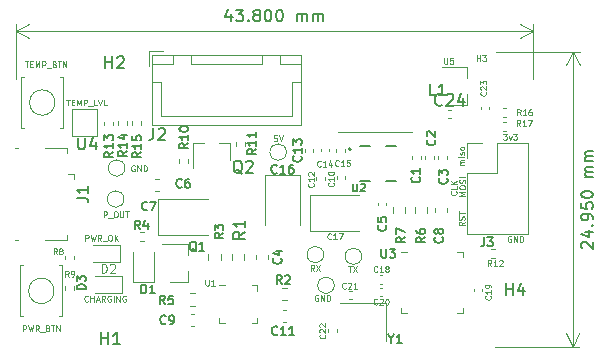
<source format=gbr>
%TF.GenerationSoftware,KiCad,Pcbnew,(5.1.10)-1*%
%TF.CreationDate,2022-01-07T12:59:57+03:00*%
%TF.ProjectId,calve_heater,63616c76-655f-4686-9561-7465722e6b69,rev?*%
%TF.SameCoordinates,Original*%
%TF.FileFunction,Legend,Top*%
%TF.FilePolarity,Positive*%
%FSLAX46Y46*%
G04 Gerber Fmt 4.6, Leading zero omitted, Abs format (unit mm)*
G04 Created by KiCad (PCBNEW (5.1.10)-1) date 2022-01-07 12:59:57*
%MOMM*%
%LPD*%
G01*
G04 APERTURE LIST*
%ADD10C,0.125000*%
%ADD11C,0.150000*%
%ADD12C,0.120000*%
%ADD13C,0.200000*%
%ADD14C,0.127000*%
G04 APERTURE END LIST*
D10*
X50176190Y-137185714D02*
X49676190Y-137185714D01*
X50033333Y-137019047D01*
X49676190Y-136852380D01*
X50176190Y-136852380D01*
X49676190Y-136519047D02*
X49676190Y-136423809D01*
X49700000Y-136376190D01*
X49747619Y-136328571D01*
X49842857Y-136304761D01*
X50009523Y-136304761D01*
X50104761Y-136328571D01*
X50152380Y-136376190D01*
X50176190Y-136423809D01*
X50176190Y-136519047D01*
X50152380Y-136566666D01*
X50104761Y-136614285D01*
X50009523Y-136638095D01*
X49842857Y-136638095D01*
X49747619Y-136614285D01*
X49700000Y-136566666D01*
X49676190Y-136519047D01*
X50152380Y-136114285D02*
X50176190Y-136042857D01*
X50176190Y-135923809D01*
X50152380Y-135876190D01*
X50128571Y-135852380D01*
X50080952Y-135828571D01*
X50033333Y-135828571D01*
X49985714Y-135852380D01*
X49961904Y-135876190D01*
X49938095Y-135923809D01*
X49914285Y-136019047D01*
X49890476Y-136066666D01*
X49866666Y-136090476D01*
X49819047Y-136114285D01*
X49771428Y-136114285D01*
X49723809Y-136090476D01*
X49700000Y-136066666D01*
X49676190Y-136019047D01*
X49676190Y-135900000D01*
X49700000Y-135828571D01*
X50176190Y-135614285D02*
X49676190Y-135614285D01*
X54044047Y-140625000D02*
X53996428Y-140601190D01*
X53925000Y-140601190D01*
X53853571Y-140625000D01*
X53805952Y-140672619D01*
X53782142Y-140720238D01*
X53758333Y-140815476D01*
X53758333Y-140886904D01*
X53782142Y-140982142D01*
X53805952Y-141029761D01*
X53853571Y-141077380D01*
X53925000Y-141101190D01*
X53972619Y-141101190D01*
X54044047Y-141077380D01*
X54067857Y-141053571D01*
X54067857Y-140886904D01*
X53972619Y-140886904D01*
X54282142Y-141101190D02*
X54282142Y-140601190D01*
X54567857Y-141101190D01*
X54567857Y-140601190D01*
X54805952Y-141101190D02*
X54805952Y-140601190D01*
X54925000Y-140601190D01*
X54996428Y-140625000D01*
X55044047Y-140672619D01*
X55067857Y-140720238D01*
X55091666Y-140815476D01*
X55091666Y-140886904D01*
X55067857Y-140982142D01*
X55044047Y-141029761D01*
X54996428Y-141077380D01*
X54925000Y-141101190D01*
X54805952Y-141101190D01*
X50126190Y-139423809D02*
X49888095Y-139590476D01*
X50126190Y-139709523D02*
X49626190Y-139709523D01*
X49626190Y-139519047D01*
X49650000Y-139471428D01*
X49673809Y-139447619D01*
X49721428Y-139423809D01*
X49792857Y-139423809D01*
X49840476Y-139447619D01*
X49864285Y-139471428D01*
X49888095Y-139519047D01*
X49888095Y-139709523D01*
X50102380Y-139233333D02*
X50126190Y-139161904D01*
X50126190Y-139042857D01*
X50102380Y-138995238D01*
X50078571Y-138971428D01*
X50030952Y-138947619D01*
X49983333Y-138947619D01*
X49935714Y-138971428D01*
X49911904Y-138995238D01*
X49888095Y-139042857D01*
X49864285Y-139138095D01*
X49840476Y-139185714D01*
X49816666Y-139209523D01*
X49769047Y-139233333D01*
X49721428Y-139233333D01*
X49673809Y-139209523D01*
X49650000Y-139185714D01*
X49626190Y-139138095D01*
X49626190Y-139019047D01*
X49650000Y-138947619D01*
X49626190Y-138804761D02*
X49626190Y-138519047D01*
X50126190Y-138661904D02*
X49626190Y-138661904D01*
X49378571Y-136822619D02*
X49402380Y-136846428D01*
X49426190Y-136917857D01*
X49426190Y-136965476D01*
X49402380Y-137036904D01*
X49354761Y-137084523D01*
X49307142Y-137108333D01*
X49211904Y-137132142D01*
X49140476Y-137132142D01*
X49045238Y-137108333D01*
X48997619Y-137084523D01*
X48950000Y-137036904D01*
X48926190Y-136965476D01*
X48926190Y-136917857D01*
X48950000Y-136846428D01*
X48973809Y-136822619D01*
X49426190Y-136370238D02*
X49426190Y-136608333D01*
X48926190Y-136608333D01*
X49426190Y-136203571D02*
X48926190Y-136203571D01*
X49426190Y-135917857D02*
X49140476Y-136132142D01*
X48926190Y-135917857D02*
X49211904Y-136203571D01*
X53379761Y-131951190D02*
X53689285Y-131951190D01*
X53522619Y-132141666D01*
X53594047Y-132141666D01*
X53641666Y-132165476D01*
X53665476Y-132189285D01*
X53689285Y-132236904D01*
X53689285Y-132355952D01*
X53665476Y-132403571D01*
X53641666Y-132427380D01*
X53594047Y-132451190D01*
X53451190Y-132451190D01*
X53403571Y-132427380D01*
X53379761Y-132403571D01*
X53855952Y-132117857D02*
X53975000Y-132451190D01*
X54094047Y-132117857D01*
X54236904Y-131951190D02*
X54546428Y-131951190D01*
X54379761Y-132141666D01*
X54451190Y-132141666D01*
X54498809Y-132165476D01*
X54522619Y-132189285D01*
X54546428Y-132236904D01*
X54546428Y-132355952D01*
X54522619Y-132403571D01*
X54498809Y-132427380D01*
X54451190Y-132451190D01*
X54308333Y-132451190D01*
X54260714Y-132427380D01*
X54236904Y-132403571D01*
X50076190Y-134586904D02*
X49742857Y-134586904D01*
X49790476Y-134586904D02*
X49766666Y-134563095D01*
X49742857Y-134515476D01*
X49742857Y-134444047D01*
X49766666Y-134396428D01*
X49814285Y-134372619D01*
X50076190Y-134372619D01*
X49814285Y-134372619D02*
X49766666Y-134348809D01*
X49742857Y-134301190D01*
X49742857Y-134229761D01*
X49766666Y-134182142D01*
X49814285Y-134158333D01*
X50076190Y-134158333D01*
X50076190Y-133920238D02*
X49742857Y-133920238D01*
X49576190Y-133920238D02*
X49600000Y-133944047D01*
X49623809Y-133920238D01*
X49600000Y-133896428D01*
X49576190Y-133920238D01*
X49623809Y-133920238D01*
X50052380Y-133705952D02*
X50076190Y-133658333D01*
X50076190Y-133563095D01*
X50052380Y-133515476D01*
X50004761Y-133491666D01*
X49980952Y-133491666D01*
X49933333Y-133515476D01*
X49909523Y-133563095D01*
X49909523Y-133634523D01*
X49885714Y-133682142D01*
X49838095Y-133705952D01*
X49814285Y-133705952D01*
X49766666Y-133682142D01*
X49742857Y-133634523D01*
X49742857Y-133563095D01*
X49766666Y-133515476D01*
X50076190Y-133205952D02*
X50052380Y-133253571D01*
X50028571Y-133277380D01*
X49980952Y-133301190D01*
X49838095Y-133301190D01*
X49790476Y-133277380D01*
X49766666Y-133253571D01*
X49742857Y-133205952D01*
X49742857Y-133134523D01*
X49766666Y-133086904D01*
X49790476Y-133063095D01*
X49838095Y-133039285D01*
X49980952Y-133039285D01*
X50028571Y-133063095D01*
X50052380Y-133086904D01*
X50076190Y-133134523D01*
X50076190Y-133205952D01*
D11*
X60074157Y-141650210D02*
X60026585Y-141602544D01*
X59979062Y-141507258D01*
X59979300Y-141269163D01*
X60027015Y-141173972D01*
X60074681Y-141126401D01*
X60169967Y-141078877D01*
X60265205Y-141078973D01*
X60408015Y-141126735D01*
X60978870Y-141698736D01*
X60979491Y-141079689D01*
X60313683Y-140221878D02*
X60980350Y-140222546D01*
X59932492Y-140459592D02*
X60646539Y-140698402D01*
X60647159Y-140079355D01*
X60885636Y-139698641D02*
X60933303Y-139651070D01*
X60980874Y-139698737D01*
X60933208Y-139746308D01*
X60885636Y-139698641D01*
X60980874Y-139698737D01*
X60981399Y-139174928D02*
X60981590Y-138984452D01*
X60934066Y-138889166D01*
X60886495Y-138841499D01*
X60743734Y-138746118D01*
X60553305Y-138698308D01*
X60172353Y-138697926D01*
X60077067Y-138745450D01*
X60029400Y-138793021D01*
X59981686Y-138888211D01*
X59981495Y-139078688D01*
X60029019Y-139173973D01*
X60076590Y-139221640D01*
X60171780Y-139269355D01*
X60409876Y-139269593D01*
X60505161Y-139222069D01*
X60552828Y-139174498D01*
X60600542Y-139079308D01*
X60600733Y-138888832D01*
X60553210Y-138793546D01*
X60505638Y-138745879D01*
X60410448Y-138698165D01*
X59982783Y-137792974D02*
X59982306Y-138269164D01*
X60458449Y-138317260D01*
X60410878Y-138269594D01*
X60363354Y-138174308D01*
X60363592Y-137936213D01*
X60411307Y-137841022D01*
X60458974Y-137793451D01*
X60554259Y-137745927D01*
X60792355Y-137746166D01*
X60887545Y-137793881D01*
X60935116Y-137841547D01*
X60982640Y-137936833D01*
X60982401Y-138174928D01*
X60934687Y-138270118D01*
X60887020Y-138317690D01*
X59983451Y-137126308D02*
X59983547Y-137031070D01*
X60031261Y-136935879D01*
X60078928Y-136888308D01*
X60174214Y-136840784D01*
X60364738Y-136793356D01*
X60602833Y-136793595D01*
X60793261Y-136841405D01*
X60888451Y-136889119D01*
X60936023Y-136936786D01*
X60983546Y-137032072D01*
X60983451Y-137127310D01*
X60935736Y-137222500D01*
X60888070Y-137270071D01*
X60792784Y-137317595D01*
X60602260Y-137365023D01*
X60364165Y-137364784D01*
X60173737Y-137316975D01*
X60078546Y-137269260D01*
X60030975Y-137221593D01*
X59983451Y-137126308D01*
X60984978Y-135603501D02*
X60318311Y-135602833D01*
X60413550Y-135602928D02*
X60365978Y-135555262D01*
X60318455Y-135459976D01*
X60318598Y-135317119D01*
X60366312Y-135221928D01*
X60461598Y-135174405D01*
X60985407Y-135174930D01*
X60461598Y-135174405D02*
X60366408Y-135126690D01*
X60318884Y-135031405D01*
X60319027Y-134888547D01*
X60366742Y-134793357D01*
X60462027Y-134745834D01*
X60985837Y-134746358D01*
X60986314Y-134270168D02*
X60319647Y-134269500D01*
X60414886Y-134269596D02*
X60367314Y-134221929D01*
X60319791Y-134126643D01*
X60319934Y-133983786D01*
X60367648Y-133888596D01*
X60462934Y-133841072D01*
X60986743Y-133841597D01*
X60462934Y-133841072D02*
X60367744Y-133793358D01*
X60320220Y-133698072D01*
X60320363Y-133555215D01*
X60368078Y-133460024D01*
X60463363Y-133412501D01*
X60987173Y-133413026D01*
D12*
X59273190Y-125031536D02*
X59248190Y-149981536D01*
X52750000Y-125025000D02*
X59859610Y-125032124D01*
X52725000Y-149975000D02*
X59834610Y-149982124D01*
X59248190Y-149981536D02*
X58662898Y-148854445D01*
X59248190Y-149981536D02*
X59835739Y-148855620D01*
X59273190Y-125031536D02*
X58685641Y-126157452D01*
X59273190Y-125031536D02*
X59858482Y-126158627D01*
D11*
X30333333Y-121765714D02*
X30333333Y-122432380D01*
X30095238Y-121384761D02*
X29857142Y-122099047D01*
X30476190Y-122099047D01*
X30761904Y-121432380D02*
X31380952Y-121432380D01*
X31047619Y-121813333D01*
X31190476Y-121813333D01*
X31285714Y-121860952D01*
X31333333Y-121908571D01*
X31380952Y-122003809D01*
X31380952Y-122241904D01*
X31333333Y-122337142D01*
X31285714Y-122384761D01*
X31190476Y-122432380D01*
X30904761Y-122432380D01*
X30809523Y-122384761D01*
X30761904Y-122337142D01*
X31809523Y-122337142D02*
X31857142Y-122384761D01*
X31809523Y-122432380D01*
X31761904Y-122384761D01*
X31809523Y-122337142D01*
X31809523Y-122432380D01*
X32428571Y-121860952D02*
X32333333Y-121813333D01*
X32285714Y-121765714D01*
X32238095Y-121670476D01*
X32238095Y-121622857D01*
X32285714Y-121527619D01*
X32333333Y-121480000D01*
X32428571Y-121432380D01*
X32619047Y-121432380D01*
X32714285Y-121480000D01*
X32761904Y-121527619D01*
X32809523Y-121622857D01*
X32809523Y-121670476D01*
X32761904Y-121765714D01*
X32714285Y-121813333D01*
X32619047Y-121860952D01*
X32428571Y-121860952D01*
X32333333Y-121908571D01*
X32285714Y-121956190D01*
X32238095Y-122051428D01*
X32238095Y-122241904D01*
X32285714Y-122337142D01*
X32333333Y-122384761D01*
X32428571Y-122432380D01*
X32619047Y-122432380D01*
X32714285Y-122384761D01*
X32761904Y-122337142D01*
X32809523Y-122241904D01*
X32809523Y-122051428D01*
X32761904Y-121956190D01*
X32714285Y-121908571D01*
X32619047Y-121860952D01*
X33428571Y-121432380D02*
X33523809Y-121432380D01*
X33619047Y-121480000D01*
X33666666Y-121527619D01*
X33714285Y-121622857D01*
X33761904Y-121813333D01*
X33761904Y-122051428D01*
X33714285Y-122241904D01*
X33666666Y-122337142D01*
X33619047Y-122384761D01*
X33523809Y-122432380D01*
X33428571Y-122432380D01*
X33333333Y-122384761D01*
X33285714Y-122337142D01*
X33238095Y-122241904D01*
X33190476Y-122051428D01*
X33190476Y-121813333D01*
X33238095Y-121622857D01*
X33285714Y-121527619D01*
X33333333Y-121480000D01*
X33428571Y-121432380D01*
X34380952Y-121432380D02*
X34476190Y-121432380D01*
X34571428Y-121480000D01*
X34619047Y-121527619D01*
X34666666Y-121622857D01*
X34714285Y-121813333D01*
X34714285Y-122051428D01*
X34666666Y-122241904D01*
X34619047Y-122337142D01*
X34571428Y-122384761D01*
X34476190Y-122432380D01*
X34380952Y-122432380D01*
X34285714Y-122384761D01*
X34238095Y-122337142D01*
X34190476Y-122241904D01*
X34142857Y-122051428D01*
X34142857Y-121813333D01*
X34190476Y-121622857D01*
X34238095Y-121527619D01*
X34285714Y-121480000D01*
X34380952Y-121432380D01*
X35904761Y-122432380D02*
X35904761Y-121765714D01*
X35904761Y-121860952D02*
X35952380Y-121813333D01*
X36047619Y-121765714D01*
X36190476Y-121765714D01*
X36285714Y-121813333D01*
X36333333Y-121908571D01*
X36333333Y-122432380D01*
X36333333Y-121908571D02*
X36380952Y-121813333D01*
X36476190Y-121765714D01*
X36619047Y-121765714D01*
X36714285Y-121813333D01*
X36761904Y-121908571D01*
X36761904Y-122432380D01*
X37238095Y-122432380D02*
X37238095Y-121765714D01*
X37238095Y-121860952D02*
X37285714Y-121813333D01*
X37380952Y-121765714D01*
X37523809Y-121765714D01*
X37619047Y-121813333D01*
X37666666Y-121908571D01*
X37666666Y-122432380D01*
X37666666Y-121908571D02*
X37714285Y-121813333D01*
X37809523Y-121765714D01*
X37952380Y-121765714D01*
X38047619Y-121813333D01*
X38095238Y-121908571D01*
X38095238Y-122432380D01*
D12*
X12100000Y-123250000D02*
X55900000Y-123250000D01*
X12100000Y-127300000D02*
X12100000Y-122663579D01*
X55900000Y-127300000D02*
X55900000Y-122663579D01*
X55900000Y-123250000D02*
X54773496Y-123836421D01*
X55900000Y-123250000D02*
X54773496Y-122663579D01*
X12100000Y-123250000D02*
X13226504Y-123836421D01*
X12100000Y-123250000D02*
X13226504Y-122663579D01*
D10*
X16385714Y-129051190D02*
X16671428Y-129051190D01*
X16528571Y-129551190D02*
X16528571Y-129051190D01*
X16838095Y-129289285D02*
X17004761Y-129289285D01*
X17076190Y-129551190D02*
X16838095Y-129551190D01*
X16838095Y-129051190D01*
X17076190Y-129051190D01*
X17290476Y-129551190D02*
X17290476Y-129051190D01*
X17457142Y-129408333D01*
X17623809Y-129051190D01*
X17623809Y-129551190D01*
X17861904Y-129551190D02*
X17861904Y-129051190D01*
X18052380Y-129051190D01*
X18100000Y-129075000D01*
X18123809Y-129098809D01*
X18147619Y-129146428D01*
X18147619Y-129217857D01*
X18123809Y-129265476D01*
X18100000Y-129289285D01*
X18052380Y-129313095D01*
X17861904Y-129313095D01*
X18242857Y-129598809D02*
X18623809Y-129598809D01*
X18980952Y-129551190D02*
X18742857Y-129551190D01*
X18742857Y-129051190D01*
X19076190Y-129051190D02*
X19242857Y-129551190D01*
X19409523Y-129051190D01*
X19814285Y-129551190D02*
X19576190Y-129551190D01*
X19576190Y-129051190D01*
X18222619Y-146103571D02*
X18198809Y-146127380D01*
X18127380Y-146151190D01*
X18079761Y-146151190D01*
X18008333Y-146127380D01*
X17960714Y-146079761D01*
X17936904Y-146032142D01*
X17913095Y-145936904D01*
X17913095Y-145865476D01*
X17936904Y-145770238D01*
X17960714Y-145722619D01*
X18008333Y-145675000D01*
X18079761Y-145651190D01*
X18127380Y-145651190D01*
X18198809Y-145675000D01*
X18222619Y-145698809D01*
X18436904Y-146151190D02*
X18436904Y-145651190D01*
X18436904Y-145889285D02*
X18722619Y-145889285D01*
X18722619Y-146151190D02*
X18722619Y-145651190D01*
X18936904Y-146008333D02*
X19175000Y-146008333D01*
X18889285Y-146151190D02*
X19055952Y-145651190D01*
X19222619Y-146151190D01*
X19675000Y-146151190D02*
X19508333Y-145913095D01*
X19389285Y-146151190D02*
X19389285Y-145651190D01*
X19579761Y-145651190D01*
X19627380Y-145675000D01*
X19651190Y-145698809D01*
X19675000Y-145746428D01*
X19675000Y-145817857D01*
X19651190Y-145865476D01*
X19627380Y-145889285D01*
X19579761Y-145913095D01*
X19389285Y-145913095D01*
X20151190Y-145675000D02*
X20103571Y-145651190D01*
X20032142Y-145651190D01*
X19960714Y-145675000D01*
X19913095Y-145722619D01*
X19889285Y-145770238D01*
X19865476Y-145865476D01*
X19865476Y-145936904D01*
X19889285Y-146032142D01*
X19913095Y-146079761D01*
X19960714Y-146127380D01*
X20032142Y-146151190D01*
X20079761Y-146151190D01*
X20151190Y-146127380D01*
X20175000Y-146103571D01*
X20175000Y-145936904D01*
X20079761Y-145936904D01*
X20389285Y-146151190D02*
X20389285Y-145651190D01*
X20627380Y-146151190D02*
X20627380Y-145651190D01*
X20913095Y-146151190D01*
X20913095Y-145651190D01*
X21413095Y-145675000D02*
X21365476Y-145651190D01*
X21294047Y-145651190D01*
X21222619Y-145675000D01*
X21175000Y-145722619D01*
X21151190Y-145770238D01*
X21127380Y-145865476D01*
X21127380Y-145936904D01*
X21151190Y-146032142D01*
X21175000Y-146079761D01*
X21222619Y-146127380D01*
X21294047Y-146151190D01*
X21341666Y-146151190D01*
X21413095Y-146127380D01*
X21436904Y-146103571D01*
X21436904Y-145936904D01*
X21341666Y-145936904D01*
X18005952Y-141001190D02*
X18005952Y-140501190D01*
X18196428Y-140501190D01*
X18244047Y-140525000D01*
X18267857Y-140548809D01*
X18291666Y-140596428D01*
X18291666Y-140667857D01*
X18267857Y-140715476D01*
X18244047Y-140739285D01*
X18196428Y-140763095D01*
X18005952Y-140763095D01*
X18458333Y-140501190D02*
X18577380Y-141001190D01*
X18672619Y-140644047D01*
X18767857Y-141001190D01*
X18886904Y-140501190D01*
X19363095Y-141001190D02*
X19196428Y-140763095D01*
X19077380Y-141001190D02*
X19077380Y-140501190D01*
X19267857Y-140501190D01*
X19315476Y-140525000D01*
X19339285Y-140548809D01*
X19363095Y-140596428D01*
X19363095Y-140667857D01*
X19339285Y-140715476D01*
X19315476Y-140739285D01*
X19267857Y-140763095D01*
X19077380Y-140763095D01*
X19458333Y-141048809D02*
X19839285Y-141048809D01*
X20053571Y-140501190D02*
X20148809Y-140501190D01*
X20196428Y-140525000D01*
X20244047Y-140572619D01*
X20267857Y-140667857D01*
X20267857Y-140834523D01*
X20244047Y-140929761D01*
X20196428Y-140977380D01*
X20148809Y-141001190D01*
X20053571Y-141001190D01*
X20005952Y-140977380D01*
X19958333Y-140929761D01*
X19934523Y-140834523D01*
X19934523Y-140667857D01*
X19958333Y-140572619D01*
X20005952Y-140525000D01*
X20053571Y-140501190D01*
X20482142Y-141001190D02*
X20482142Y-140501190D01*
X20767857Y-141001190D02*
X20553571Y-140715476D01*
X20767857Y-140501190D02*
X20482142Y-140786904D01*
D12*
%TO.C,R12*%
X52653641Y-142455000D02*
X52346359Y-142455000D01*
X52653641Y-141695000D02*
X52346359Y-141695000D01*
%TO.C,C1*%
X46385000Y-133837164D02*
X46385000Y-134052836D01*
X45665000Y-133837164D02*
X45665000Y-134052836D01*
%TO.C,C2*%
X47485000Y-133847164D02*
X47485000Y-134062836D01*
X46765000Y-133847164D02*
X46765000Y-134062836D01*
%TO.C,C3*%
X47890000Y-133837164D02*
X47890000Y-134052836D01*
X48610000Y-133837164D02*
X48610000Y-134052836D01*
%TO.C,C4*%
X33485000Y-142515580D02*
X33485000Y-142234420D01*
X32465000Y-142515580D02*
X32465000Y-142234420D01*
%TO.C,C5*%
X42765000Y-137772164D02*
X42765000Y-137987836D01*
X43485000Y-137772164D02*
X43485000Y-137987836D01*
%TO.C,C6*%
X24215580Y-135790000D02*
X23934420Y-135790000D01*
X24215580Y-136810000D02*
X23934420Y-136810000D01*
%TO.C,C7*%
X28375000Y-137490000D02*
X24165000Y-137490000D01*
X24165000Y-137490000D02*
X24165000Y-140510000D01*
X24165000Y-140510000D02*
X28375000Y-140510000D01*
%TO.C,C8*%
X47590000Y-138540580D02*
X47590000Y-138259420D01*
X48610000Y-138540580D02*
X48610000Y-138259420D01*
%TO.C,C9*%
X27215580Y-148210000D02*
X26934420Y-148210000D01*
X27215580Y-147190000D02*
X26934420Y-147190000D01*
%TO.C,C10*%
X39290000Y-135537164D02*
X39290000Y-135752836D01*
X40010000Y-135537164D02*
X40010000Y-135752836D01*
%TO.C,C11*%
X34734420Y-147885000D02*
X35015580Y-147885000D01*
X34734420Y-146865000D02*
X35015580Y-146865000D01*
%TO.C,C12*%
X38285000Y-135622164D02*
X38285000Y-135837836D01*
X37565000Y-135622164D02*
X37565000Y-135837836D01*
%TO.C,C13*%
X37285000Y-133462836D02*
X37285000Y-133247164D01*
X36565000Y-133462836D02*
X36565000Y-133247164D01*
%TO.C,C14*%
X37940000Y-133437836D02*
X37940000Y-133222164D01*
X38660000Y-133437836D02*
X38660000Y-133222164D01*
%TO.C,C15*%
X39960000Y-133462836D02*
X39960000Y-133247164D01*
X39240000Y-133462836D02*
X39240000Y-133247164D01*
%TO.C,C16*%
X33190000Y-135477500D02*
X33190000Y-139687500D01*
X36210000Y-135477500D02*
X33190000Y-135477500D01*
X36210000Y-139687500D02*
X36210000Y-135477500D01*
%TO.C,C17*%
X36990000Y-140160000D02*
X41200000Y-140160000D01*
X36990000Y-137140000D02*
X36990000Y-140160000D01*
X41200000Y-137140000D02*
X36990000Y-137140000D01*
%TO.C,C18*%
X43157836Y-143915000D02*
X42942164Y-143915000D01*
X43157836Y-144635000D02*
X42942164Y-144635000D01*
%TO.C,C19*%
X50890000Y-145282836D02*
X50890000Y-145067164D01*
X51610000Y-145282836D02*
X51610000Y-145067164D01*
%TO.C,C20*%
X43137836Y-145710000D02*
X42922164Y-145710000D01*
X43137836Y-144990000D02*
X42922164Y-144990000D01*
%TO.C,C21*%
X40557836Y-145240000D02*
X40342164Y-145240000D01*
X40557836Y-145960000D02*
X40342164Y-145960000D01*
%TO.C,C22*%
X38565000Y-148727836D02*
X38565000Y-148512164D01*
X39285000Y-148727836D02*
X39285000Y-148512164D01*
%TO.C,D1*%
X22075000Y-144525000D02*
X22075000Y-141975000D01*
X23775000Y-144525000D02*
X23775000Y-141975000D01*
X22075000Y-144525000D02*
X23775000Y-144525000D01*
%TO.C,D2*%
X20960000Y-141365000D02*
X18675000Y-141365000D01*
X20960000Y-142835000D02*
X20960000Y-141365000D01*
X18675000Y-142835000D02*
X20960000Y-142835000D01*
%TO.C,D3*%
X18825000Y-145460000D02*
X21110000Y-145460000D01*
X21110000Y-145460000D02*
X21110000Y-143990000D01*
X21110000Y-143990000D02*
X18825000Y-143990000D01*
%TO.C,J1*%
X17012500Y-135350000D02*
X16562500Y-135350000D01*
X17012500Y-135350000D02*
X17012500Y-135800000D01*
X16462500Y-140950000D02*
X16462500Y-140500000D01*
X14612500Y-140950000D02*
X16462500Y-140950000D01*
X12062500Y-133150000D02*
X12312500Y-133150000D01*
X12062500Y-140950000D02*
X12312500Y-140950000D01*
X14612500Y-133150000D02*
X16462500Y-133150000D01*
X16462500Y-133150000D02*
X16462500Y-133600000D01*
%TO.C,J2*%
X23350000Y-124975000D02*
X23350000Y-126225000D01*
X24600000Y-124975000D02*
X23350000Y-124975000D01*
X35500000Y-130475000D02*
X29950000Y-130475000D01*
X35500000Y-127525000D02*
X35500000Y-130475000D01*
X36250000Y-127525000D02*
X35500000Y-127525000D01*
X24400000Y-130475000D02*
X29950000Y-130475000D01*
X24400000Y-127525000D02*
X24400000Y-130475000D01*
X23650000Y-127525000D02*
X24400000Y-127525000D01*
X36250000Y-125275000D02*
X34450000Y-125275000D01*
X36250000Y-126025000D02*
X36250000Y-125275000D01*
X34450000Y-126025000D02*
X36250000Y-126025000D01*
X34450000Y-125275000D02*
X34450000Y-126025000D01*
X25450000Y-125275000D02*
X23650000Y-125275000D01*
X25450000Y-126025000D02*
X25450000Y-125275000D01*
X23650000Y-126025000D02*
X25450000Y-126025000D01*
X23650000Y-125275000D02*
X23650000Y-126025000D01*
X32950000Y-125275000D02*
X26950000Y-125275000D01*
X32950000Y-126025000D02*
X32950000Y-125275000D01*
X26950000Y-126025000D02*
X32950000Y-126025000D01*
X26950000Y-125275000D02*
X26950000Y-126025000D01*
X36260000Y-125265000D02*
X23640000Y-125265000D01*
X36260000Y-131235000D02*
X36260000Y-125265000D01*
X23640000Y-131235000D02*
X36260000Y-131235000D01*
X23640000Y-125265000D02*
X23640000Y-131235000D01*
%TO.C,Q1*%
X26660000Y-144455000D02*
X25200000Y-144455000D01*
X26660000Y-141295000D02*
X24500000Y-141295000D01*
X26660000Y-141295000D02*
X26660000Y-142225000D01*
X26660000Y-144455000D02*
X26660000Y-143525000D01*
%TO.C,Q2*%
X30280000Y-132715000D02*
X29350000Y-132715000D01*
X27120000Y-132715000D02*
X28050000Y-132715000D01*
X27120000Y-132715000D02*
X27120000Y-134875000D01*
X30280000Y-132715000D02*
X30280000Y-134175000D01*
%TO.C,R1*%
X30377500Y-142612258D02*
X30377500Y-142137742D01*
X31422500Y-142612258D02*
X31422500Y-142137742D01*
%TO.C,R2*%
X34612742Y-144977500D02*
X35087258Y-144977500D01*
X34612742Y-146022500D02*
X35087258Y-146022500D01*
%TO.C,R3*%
X29472500Y-142612258D02*
X29472500Y-142137742D01*
X28427500Y-142612258D02*
X28427500Y-142137742D01*
%TO.C,R5*%
X27312258Y-146497500D02*
X26837742Y-146497500D01*
X27312258Y-145452500D02*
X26837742Y-145452500D01*
%TO.C,R6*%
X46922500Y-138637258D02*
X46922500Y-138162742D01*
X45877500Y-138637258D02*
X45877500Y-138162742D01*
%TO.C,R7*%
X45072500Y-138187742D02*
X45072500Y-138662258D01*
X44027500Y-138187742D02*
X44027500Y-138662258D01*
%TO.C,R10*%
X25920000Y-134111359D02*
X25920000Y-134418641D01*
X26680000Y-134111359D02*
X26680000Y-134418641D01*
%TO.C,R11*%
X30795000Y-132646359D02*
X30795000Y-132953641D01*
X31555000Y-132646359D02*
X31555000Y-132953641D01*
%TO.C,R13*%
X20330000Y-130911359D02*
X20330000Y-131218641D01*
X19570000Y-130911359D02*
X19570000Y-131218641D01*
%TO.C,R14*%
X20745000Y-130856359D02*
X20745000Y-131163641D01*
X21505000Y-130856359D02*
X21505000Y-131163641D01*
%TO.C,R15*%
X22730000Y-130871359D02*
X22730000Y-131178641D01*
X21970000Y-130871359D02*
X21970000Y-131178641D01*
%TO.C,P_OUT*%
X21275000Y-137475000D02*
G75*
G03*
X21275000Y-137475000I-700000J0D01*
G01*
%TO.C,GND*%
X21350000Y-134850000D02*
G75*
G03*
X21350000Y-134850000I-700000J0D01*
G01*
X39075000Y-144775000D02*
G75*
G03*
X39075000Y-144775000I-700000J0D01*
G01*
%TO.C,5V*%
X35025000Y-133500000D02*
G75*
G03*
X35025000Y-133500000I-700000J0D01*
G01*
%TO.C,RX*%
X38175000Y-142175000D02*
G75*
G03*
X38175000Y-142175000I-700000J0D01*
G01*
%TO.C,TX*%
X41400000Y-142325000D02*
G75*
G03*
X41400000Y-142325000I-700000J0D01*
G01*
%TO.C,U1*%
X29815000Y-144765000D02*
X29340000Y-144765000D01*
X32560000Y-147985000D02*
X32560000Y-147510000D01*
X32085000Y-147985000D02*
X32560000Y-147985000D01*
X29340000Y-147985000D02*
X29340000Y-147510000D01*
X29815000Y-147985000D02*
X29340000Y-147985000D01*
X32560000Y-144765000D02*
X32560000Y-145240000D01*
X32085000Y-144765000D02*
X32560000Y-144765000D01*
D13*
%TO.C,U2*%
X40480000Y-133250000D02*
G75*
G03*
X40480000Y-133250000I-100000J0D01*
G01*
D14*
X41275000Y-132950000D02*
X42080000Y-132950000D01*
X41275000Y-135950000D02*
X42080000Y-135950000D01*
X43470000Y-132950000D02*
X44275000Y-132950000D01*
X43470000Y-135950000D02*
X44275000Y-135950000D01*
D12*
%TO.C,U3*%
X45240000Y-141915000D02*
X44765000Y-141915000D01*
X49985000Y-147135000D02*
X49985000Y-146660000D01*
X49510000Y-147135000D02*
X49985000Y-147135000D01*
X44765000Y-147135000D02*
X44765000Y-146660000D01*
X45240000Y-147135000D02*
X44765000Y-147135000D01*
X49985000Y-141915000D02*
X49985000Y-142390000D01*
X49510000Y-141915000D02*
X49985000Y-141915000D01*
%TO.C,U4*%
X19015000Y-132095000D02*
X19015000Y-129815000D01*
X16905000Y-132095000D02*
X19015000Y-132095000D01*
X16905000Y-129815000D02*
X16905000Y-132095000D01*
X19015000Y-129815000D02*
X16905000Y-129815000D01*
%TO.C,Y1*%
X43450000Y-146250000D02*
X39550000Y-146250000D01*
X43450000Y-149450000D02*
X43450000Y-146250000D01*
%TO.C,L1*%
X45700000Y-131775000D02*
X39425000Y-131775000D01*
%TO.C,R8*%
X16270000Y-142578641D02*
X16270000Y-142271359D01*
X17030000Y-142578641D02*
X17030000Y-142271359D01*
%TO.C,R9*%
X16295000Y-144831359D02*
X16295000Y-145138641D01*
X17055000Y-144831359D02*
X17055000Y-145138641D01*
%TO.C,R4*%
X22943641Y-140245000D02*
X22636359Y-140245000D01*
X22943641Y-141005000D02*
X22636359Y-141005000D01*
%TO.C,J3*%
X50295000Y-132695000D02*
X51625000Y-132695000D01*
X50295000Y-134025000D02*
X50295000Y-132695000D01*
X52895000Y-132695000D02*
X55495000Y-132695000D01*
X52895000Y-135295000D02*
X52895000Y-132695000D01*
X50295000Y-135295000D02*
X52895000Y-135295000D01*
X55495000Y-132695000D02*
X55495000Y-140435000D01*
X50295000Y-135295000D02*
X50295000Y-140435000D01*
X50295000Y-140435000D02*
X55495000Y-140435000D01*
%TO.C,TEMP_BTN*%
X15425000Y-129300000D02*
G75*
G03*
X15425000Y-129300000I-1075000J0D01*
G01*
X12525000Y-131425000D02*
X12525000Y-127125000D01*
X16075000Y-131425000D02*
X16075000Y-127125000D01*
X12525000Y-127125000D02*
X12775000Y-127125000D01*
X16075000Y-127125000D02*
X15875000Y-127125000D01*
X12525000Y-131425000D02*
X12775000Y-131425000D01*
X16075000Y-131425000D02*
X15825000Y-131425000D01*
%TO.C,PWR_BTN*%
X16000000Y-147375000D02*
X15750000Y-147375000D01*
X12450000Y-147375000D02*
X12700000Y-147375000D01*
X16000000Y-143075000D02*
X15800000Y-143075000D01*
X12450000Y-143075000D02*
X12700000Y-143075000D01*
X16000000Y-147375000D02*
X16000000Y-143075000D01*
X12450000Y-147375000D02*
X12450000Y-143075000D01*
X15350000Y-145250000D02*
G75*
G03*
X15350000Y-145250000I-1075000J0D01*
G01*
%TO.C,C23*%
X51465000Y-129642164D02*
X51465000Y-129857836D01*
X52185000Y-129642164D02*
X52185000Y-129857836D01*
%TO.C,C24*%
X48737164Y-129915000D02*
X48952836Y-129915000D01*
X48737164Y-130635000D02*
X48952836Y-130635000D01*
%TO.C,R16*%
X53331359Y-129745000D02*
X53638641Y-129745000D01*
X53331359Y-130505000D02*
X53638641Y-130505000D01*
%TO.C,R17*%
X53638641Y-130920000D02*
X53331359Y-130920000D01*
X53638641Y-131680000D02*
X53331359Y-131680000D01*
%TO.C,U5*%
X50335000Y-129480000D02*
X48875000Y-129480000D01*
X50335000Y-126320000D02*
X48175000Y-126320000D01*
X50335000Y-126320000D02*
X50335000Y-127250000D01*
X50335000Y-129480000D02*
X50335000Y-128550000D01*
%TO.C,H2*%
D11*
X19688095Y-126402380D02*
X19688095Y-125402380D01*
X19688095Y-125878571D02*
X20259523Y-125878571D01*
X20259523Y-126402380D02*
X20259523Y-125402380D01*
X20688095Y-125497619D02*
X20735714Y-125450000D01*
X20830952Y-125402380D01*
X21069047Y-125402380D01*
X21164285Y-125450000D01*
X21211904Y-125497619D01*
X21259523Y-125592857D01*
X21259523Y-125688095D01*
X21211904Y-125830952D01*
X20640476Y-126402380D01*
X21259523Y-126402380D01*
%TO.C,R12*%
D10*
X52378571Y-143151190D02*
X52211904Y-142913095D01*
X52092857Y-143151190D02*
X52092857Y-142651190D01*
X52283333Y-142651190D01*
X52330952Y-142675000D01*
X52354761Y-142698809D01*
X52378571Y-142746428D01*
X52378571Y-142817857D01*
X52354761Y-142865476D01*
X52330952Y-142889285D01*
X52283333Y-142913095D01*
X52092857Y-142913095D01*
X52854761Y-143151190D02*
X52569047Y-143151190D01*
X52711904Y-143151190D02*
X52711904Y-142651190D01*
X52664285Y-142722619D01*
X52616666Y-142770238D01*
X52569047Y-142794047D01*
X53045238Y-142698809D02*
X53069047Y-142675000D01*
X53116666Y-142651190D01*
X53235714Y-142651190D01*
X53283333Y-142675000D01*
X53307142Y-142698809D01*
X53330952Y-142746428D01*
X53330952Y-142794047D01*
X53307142Y-142865476D01*
X53021428Y-143151190D01*
X53330952Y-143151190D01*
%TO.C,C1*%
D11*
X46267857Y-135600000D02*
X46303571Y-135635714D01*
X46339285Y-135742857D01*
X46339285Y-135814285D01*
X46303571Y-135921428D01*
X46232142Y-135992857D01*
X46160714Y-136028571D01*
X46017857Y-136064285D01*
X45910714Y-136064285D01*
X45767857Y-136028571D01*
X45696428Y-135992857D01*
X45625000Y-135921428D01*
X45589285Y-135814285D01*
X45589285Y-135742857D01*
X45625000Y-135635714D01*
X45660714Y-135600000D01*
X46339285Y-134885714D02*
X46339285Y-135314285D01*
X46339285Y-135100000D02*
X45589285Y-135100000D01*
X45696428Y-135171428D01*
X45767857Y-135242857D01*
X45803571Y-135314285D01*
%TO.C,C2*%
X47567857Y-132450000D02*
X47603571Y-132485714D01*
X47639285Y-132592857D01*
X47639285Y-132664285D01*
X47603571Y-132771428D01*
X47532142Y-132842857D01*
X47460714Y-132878571D01*
X47317857Y-132914285D01*
X47210714Y-132914285D01*
X47067857Y-132878571D01*
X46996428Y-132842857D01*
X46925000Y-132771428D01*
X46889285Y-132664285D01*
X46889285Y-132592857D01*
X46925000Y-132485714D01*
X46960714Y-132450000D01*
X46960714Y-132164285D02*
X46925000Y-132128571D01*
X46889285Y-132057142D01*
X46889285Y-131878571D01*
X46925000Y-131807142D01*
X46960714Y-131771428D01*
X47032142Y-131735714D01*
X47103571Y-131735714D01*
X47210714Y-131771428D01*
X47639285Y-132200000D01*
X47639285Y-131735714D01*
%TO.C,C3*%
X48592857Y-135700000D02*
X48628571Y-135735714D01*
X48664285Y-135842857D01*
X48664285Y-135914285D01*
X48628571Y-136021428D01*
X48557142Y-136092857D01*
X48485714Y-136128571D01*
X48342857Y-136164285D01*
X48235714Y-136164285D01*
X48092857Y-136128571D01*
X48021428Y-136092857D01*
X47950000Y-136021428D01*
X47914285Y-135914285D01*
X47914285Y-135842857D01*
X47950000Y-135735714D01*
X47985714Y-135700000D01*
X47914285Y-135450000D02*
X47914285Y-134985714D01*
X48200000Y-135235714D01*
X48200000Y-135128571D01*
X48235714Y-135057142D01*
X48271428Y-135021428D01*
X48342857Y-134985714D01*
X48521428Y-134985714D01*
X48592857Y-135021428D01*
X48628571Y-135057142D01*
X48664285Y-135128571D01*
X48664285Y-135342857D01*
X48628571Y-135414285D01*
X48592857Y-135450000D01*
%TO.C,C4*%
X34567857Y-142500000D02*
X34603571Y-142535714D01*
X34639285Y-142642857D01*
X34639285Y-142714285D01*
X34603571Y-142821428D01*
X34532142Y-142892857D01*
X34460714Y-142928571D01*
X34317857Y-142964285D01*
X34210714Y-142964285D01*
X34067857Y-142928571D01*
X33996428Y-142892857D01*
X33925000Y-142821428D01*
X33889285Y-142714285D01*
X33889285Y-142642857D01*
X33925000Y-142535714D01*
X33960714Y-142500000D01*
X34139285Y-141857142D02*
X34639285Y-141857142D01*
X33853571Y-142035714D02*
X34389285Y-142214285D01*
X34389285Y-141750000D01*
%TO.C,C5*%
X43417857Y-139700000D02*
X43453571Y-139735714D01*
X43489285Y-139842857D01*
X43489285Y-139914285D01*
X43453571Y-140021428D01*
X43382142Y-140092857D01*
X43310714Y-140128571D01*
X43167857Y-140164285D01*
X43060714Y-140164285D01*
X42917857Y-140128571D01*
X42846428Y-140092857D01*
X42775000Y-140021428D01*
X42739285Y-139914285D01*
X42739285Y-139842857D01*
X42775000Y-139735714D01*
X42810714Y-139700000D01*
X42739285Y-139021428D02*
X42739285Y-139378571D01*
X43096428Y-139414285D01*
X43060714Y-139378571D01*
X43025000Y-139307142D01*
X43025000Y-139128571D01*
X43060714Y-139057142D01*
X43096428Y-139021428D01*
X43167857Y-138985714D01*
X43346428Y-138985714D01*
X43417857Y-139021428D01*
X43453571Y-139057142D01*
X43489285Y-139128571D01*
X43489285Y-139307142D01*
X43453571Y-139378571D01*
X43417857Y-139414285D01*
%TO.C,C6*%
X26150000Y-136442857D02*
X26114285Y-136478571D01*
X26007142Y-136514285D01*
X25935714Y-136514285D01*
X25828571Y-136478571D01*
X25757142Y-136407142D01*
X25721428Y-136335714D01*
X25685714Y-136192857D01*
X25685714Y-136085714D01*
X25721428Y-135942857D01*
X25757142Y-135871428D01*
X25828571Y-135800000D01*
X25935714Y-135764285D01*
X26007142Y-135764285D01*
X26114285Y-135800000D01*
X26150000Y-135835714D01*
X26792857Y-135764285D02*
X26650000Y-135764285D01*
X26578571Y-135800000D01*
X26542857Y-135835714D01*
X26471428Y-135942857D01*
X26435714Y-136085714D01*
X26435714Y-136371428D01*
X26471428Y-136442857D01*
X26507142Y-136478571D01*
X26578571Y-136514285D01*
X26721428Y-136514285D01*
X26792857Y-136478571D01*
X26828571Y-136442857D01*
X26864285Y-136371428D01*
X26864285Y-136192857D01*
X26828571Y-136121428D01*
X26792857Y-136085714D01*
X26721428Y-136050000D01*
X26578571Y-136050000D01*
X26507142Y-136085714D01*
X26471428Y-136121428D01*
X26435714Y-136192857D01*
%TO.C,C7*%
X23250000Y-138367857D02*
X23214285Y-138403571D01*
X23107142Y-138439285D01*
X23035714Y-138439285D01*
X22928571Y-138403571D01*
X22857142Y-138332142D01*
X22821428Y-138260714D01*
X22785714Y-138117857D01*
X22785714Y-138010714D01*
X22821428Y-137867857D01*
X22857142Y-137796428D01*
X22928571Y-137725000D01*
X23035714Y-137689285D01*
X23107142Y-137689285D01*
X23214285Y-137725000D01*
X23250000Y-137760714D01*
X23500000Y-137689285D02*
X24000000Y-137689285D01*
X23678571Y-138439285D01*
%TO.C,C8*%
X48217857Y-140700000D02*
X48253571Y-140735714D01*
X48289285Y-140842857D01*
X48289285Y-140914285D01*
X48253571Y-141021428D01*
X48182142Y-141092857D01*
X48110714Y-141128571D01*
X47967857Y-141164285D01*
X47860714Y-141164285D01*
X47717857Y-141128571D01*
X47646428Y-141092857D01*
X47575000Y-141021428D01*
X47539285Y-140914285D01*
X47539285Y-140842857D01*
X47575000Y-140735714D01*
X47610714Y-140700000D01*
X47860714Y-140271428D02*
X47825000Y-140342857D01*
X47789285Y-140378571D01*
X47717857Y-140414285D01*
X47682142Y-140414285D01*
X47610714Y-140378571D01*
X47575000Y-140342857D01*
X47539285Y-140271428D01*
X47539285Y-140128571D01*
X47575000Y-140057142D01*
X47610714Y-140021428D01*
X47682142Y-139985714D01*
X47717857Y-139985714D01*
X47789285Y-140021428D01*
X47825000Y-140057142D01*
X47860714Y-140128571D01*
X47860714Y-140271428D01*
X47896428Y-140342857D01*
X47932142Y-140378571D01*
X48003571Y-140414285D01*
X48146428Y-140414285D01*
X48217857Y-140378571D01*
X48253571Y-140342857D01*
X48289285Y-140271428D01*
X48289285Y-140128571D01*
X48253571Y-140057142D01*
X48217857Y-140021428D01*
X48146428Y-139985714D01*
X48003571Y-139985714D01*
X47932142Y-140021428D01*
X47896428Y-140057142D01*
X47860714Y-140128571D01*
%TO.C,C9*%
X24800000Y-147992857D02*
X24764285Y-148028571D01*
X24657142Y-148064285D01*
X24585714Y-148064285D01*
X24478571Y-148028571D01*
X24407142Y-147957142D01*
X24371428Y-147885714D01*
X24335714Y-147742857D01*
X24335714Y-147635714D01*
X24371428Y-147492857D01*
X24407142Y-147421428D01*
X24478571Y-147350000D01*
X24585714Y-147314285D01*
X24657142Y-147314285D01*
X24764285Y-147350000D01*
X24800000Y-147385714D01*
X25157142Y-148064285D02*
X25300000Y-148064285D01*
X25371428Y-148028571D01*
X25407142Y-147992857D01*
X25478571Y-147885714D01*
X25514285Y-147742857D01*
X25514285Y-147457142D01*
X25478571Y-147385714D01*
X25442857Y-147350000D01*
X25371428Y-147314285D01*
X25228571Y-147314285D01*
X25157142Y-147350000D01*
X25121428Y-147385714D01*
X25085714Y-147457142D01*
X25085714Y-147635714D01*
X25121428Y-147707142D01*
X25157142Y-147742857D01*
X25228571Y-147778571D01*
X25371428Y-147778571D01*
X25442857Y-147742857D01*
X25478571Y-147707142D01*
X25514285Y-147635714D01*
%TO.C,C10*%
D10*
X39003571Y-136096428D02*
X39027380Y-136120238D01*
X39051190Y-136191666D01*
X39051190Y-136239285D01*
X39027380Y-136310714D01*
X38979761Y-136358333D01*
X38932142Y-136382142D01*
X38836904Y-136405952D01*
X38765476Y-136405952D01*
X38670238Y-136382142D01*
X38622619Y-136358333D01*
X38575000Y-136310714D01*
X38551190Y-136239285D01*
X38551190Y-136191666D01*
X38575000Y-136120238D01*
X38598809Y-136096428D01*
X39051190Y-135620238D02*
X39051190Y-135905952D01*
X39051190Y-135763095D02*
X38551190Y-135763095D01*
X38622619Y-135810714D01*
X38670238Y-135858333D01*
X38694047Y-135905952D01*
X38551190Y-135310714D02*
X38551190Y-135263095D01*
X38575000Y-135215476D01*
X38598809Y-135191666D01*
X38646428Y-135167857D01*
X38741666Y-135144047D01*
X38860714Y-135144047D01*
X38955952Y-135167857D01*
X39003571Y-135191666D01*
X39027380Y-135215476D01*
X39051190Y-135263095D01*
X39051190Y-135310714D01*
X39027380Y-135358333D01*
X39003571Y-135382142D01*
X38955952Y-135405952D01*
X38860714Y-135429761D01*
X38741666Y-135429761D01*
X38646428Y-135405952D01*
X38598809Y-135382142D01*
X38575000Y-135358333D01*
X38551190Y-135310714D01*
%TO.C,C11*%
D11*
X34267857Y-148917857D02*
X34232142Y-148953571D01*
X34125000Y-148989285D01*
X34053571Y-148989285D01*
X33946428Y-148953571D01*
X33875000Y-148882142D01*
X33839285Y-148810714D01*
X33803571Y-148667857D01*
X33803571Y-148560714D01*
X33839285Y-148417857D01*
X33875000Y-148346428D01*
X33946428Y-148275000D01*
X34053571Y-148239285D01*
X34125000Y-148239285D01*
X34232142Y-148275000D01*
X34267857Y-148310714D01*
X34982142Y-148989285D02*
X34553571Y-148989285D01*
X34767857Y-148989285D02*
X34767857Y-148239285D01*
X34696428Y-148346428D01*
X34625000Y-148417857D01*
X34553571Y-148453571D01*
X35696428Y-148989285D02*
X35267857Y-148989285D01*
X35482142Y-148989285D02*
X35482142Y-148239285D01*
X35410714Y-148346428D01*
X35339285Y-148417857D01*
X35267857Y-148453571D01*
%TO.C,C12*%
D10*
X37303571Y-136146428D02*
X37327380Y-136170238D01*
X37351190Y-136241666D01*
X37351190Y-136289285D01*
X37327380Y-136360714D01*
X37279761Y-136408333D01*
X37232142Y-136432142D01*
X37136904Y-136455952D01*
X37065476Y-136455952D01*
X36970238Y-136432142D01*
X36922619Y-136408333D01*
X36875000Y-136360714D01*
X36851190Y-136289285D01*
X36851190Y-136241666D01*
X36875000Y-136170238D01*
X36898809Y-136146428D01*
X37351190Y-135670238D02*
X37351190Y-135955952D01*
X37351190Y-135813095D02*
X36851190Y-135813095D01*
X36922619Y-135860714D01*
X36970238Y-135908333D01*
X36994047Y-135955952D01*
X36898809Y-135479761D02*
X36875000Y-135455952D01*
X36851190Y-135408333D01*
X36851190Y-135289285D01*
X36875000Y-135241666D01*
X36898809Y-135217857D01*
X36946428Y-135194047D01*
X36994047Y-135194047D01*
X37065476Y-135217857D01*
X37351190Y-135503571D01*
X37351190Y-135194047D01*
%TO.C,C13*%
D11*
X36242857Y-133832142D02*
X36278571Y-133867857D01*
X36314285Y-133975000D01*
X36314285Y-134046428D01*
X36278571Y-134153571D01*
X36207142Y-134225000D01*
X36135714Y-134260714D01*
X35992857Y-134296428D01*
X35885714Y-134296428D01*
X35742857Y-134260714D01*
X35671428Y-134225000D01*
X35600000Y-134153571D01*
X35564285Y-134046428D01*
X35564285Y-133975000D01*
X35600000Y-133867857D01*
X35635714Y-133832142D01*
X36314285Y-133117857D02*
X36314285Y-133546428D01*
X36314285Y-133332142D02*
X35564285Y-133332142D01*
X35671428Y-133403571D01*
X35742857Y-133475000D01*
X35778571Y-133546428D01*
X35564285Y-132867857D02*
X35564285Y-132403571D01*
X35850000Y-132653571D01*
X35850000Y-132546428D01*
X35885714Y-132475000D01*
X35921428Y-132439285D01*
X35992857Y-132403571D01*
X36171428Y-132403571D01*
X36242857Y-132439285D01*
X36278571Y-132475000D01*
X36314285Y-132546428D01*
X36314285Y-132760714D01*
X36278571Y-132832142D01*
X36242857Y-132867857D01*
%TO.C,C14*%
D10*
X37928571Y-134678571D02*
X37904761Y-134702380D01*
X37833333Y-134726190D01*
X37785714Y-134726190D01*
X37714285Y-134702380D01*
X37666666Y-134654761D01*
X37642857Y-134607142D01*
X37619047Y-134511904D01*
X37619047Y-134440476D01*
X37642857Y-134345238D01*
X37666666Y-134297619D01*
X37714285Y-134250000D01*
X37785714Y-134226190D01*
X37833333Y-134226190D01*
X37904761Y-134250000D01*
X37928571Y-134273809D01*
X38404761Y-134726190D02*
X38119047Y-134726190D01*
X38261904Y-134726190D02*
X38261904Y-134226190D01*
X38214285Y-134297619D01*
X38166666Y-134345238D01*
X38119047Y-134369047D01*
X38833333Y-134392857D02*
X38833333Y-134726190D01*
X38714285Y-134202380D02*
X38595238Y-134559523D01*
X38904761Y-134559523D01*
%TO.C,C15*%
X39453571Y-134628571D02*
X39429761Y-134652380D01*
X39358333Y-134676190D01*
X39310714Y-134676190D01*
X39239285Y-134652380D01*
X39191666Y-134604761D01*
X39167857Y-134557142D01*
X39144047Y-134461904D01*
X39144047Y-134390476D01*
X39167857Y-134295238D01*
X39191666Y-134247619D01*
X39239285Y-134200000D01*
X39310714Y-134176190D01*
X39358333Y-134176190D01*
X39429761Y-134200000D01*
X39453571Y-134223809D01*
X39929761Y-134676190D02*
X39644047Y-134676190D01*
X39786904Y-134676190D02*
X39786904Y-134176190D01*
X39739285Y-134247619D01*
X39691666Y-134295238D01*
X39644047Y-134319047D01*
X40382142Y-134176190D02*
X40144047Y-134176190D01*
X40120238Y-134414285D01*
X40144047Y-134390476D01*
X40191666Y-134366666D01*
X40310714Y-134366666D01*
X40358333Y-134390476D01*
X40382142Y-134414285D01*
X40405952Y-134461904D01*
X40405952Y-134580952D01*
X40382142Y-134628571D01*
X40358333Y-134652380D01*
X40310714Y-134676190D01*
X40191666Y-134676190D01*
X40144047Y-134652380D01*
X40120238Y-134628571D01*
%TO.C,C16*%
D11*
X34217857Y-135242857D02*
X34182142Y-135278571D01*
X34075000Y-135314285D01*
X34003571Y-135314285D01*
X33896428Y-135278571D01*
X33825000Y-135207142D01*
X33789285Y-135135714D01*
X33753571Y-134992857D01*
X33753571Y-134885714D01*
X33789285Y-134742857D01*
X33825000Y-134671428D01*
X33896428Y-134600000D01*
X34003571Y-134564285D01*
X34075000Y-134564285D01*
X34182142Y-134600000D01*
X34217857Y-134635714D01*
X34932142Y-135314285D02*
X34503571Y-135314285D01*
X34717857Y-135314285D02*
X34717857Y-134564285D01*
X34646428Y-134671428D01*
X34575000Y-134742857D01*
X34503571Y-134778571D01*
X35575000Y-134564285D02*
X35432142Y-134564285D01*
X35360714Y-134600000D01*
X35325000Y-134635714D01*
X35253571Y-134742857D01*
X35217857Y-134885714D01*
X35217857Y-135171428D01*
X35253571Y-135242857D01*
X35289285Y-135278571D01*
X35360714Y-135314285D01*
X35503571Y-135314285D01*
X35575000Y-135278571D01*
X35610714Y-135242857D01*
X35646428Y-135171428D01*
X35646428Y-134992857D01*
X35610714Y-134921428D01*
X35575000Y-134885714D01*
X35503571Y-134850000D01*
X35360714Y-134850000D01*
X35289285Y-134885714D01*
X35253571Y-134921428D01*
X35217857Y-134992857D01*
%TO.C,C17*%
D10*
X38803571Y-140828571D02*
X38779761Y-140852380D01*
X38708333Y-140876190D01*
X38660714Y-140876190D01*
X38589285Y-140852380D01*
X38541666Y-140804761D01*
X38517857Y-140757142D01*
X38494047Y-140661904D01*
X38494047Y-140590476D01*
X38517857Y-140495238D01*
X38541666Y-140447619D01*
X38589285Y-140400000D01*
X38660714Y-140376190D01*
X38708333Y-140376190D01*
X38779761Y-140400000D01*
X38803571Y-140423809D01*
X39279761Y-140876190D02*
X38994047Y-140876190D01*
X39136904Y-140876190D02*
X39136904Y-140376190D01*
X39089285Y-140447619D01*
X39041666Y-140495238D01*
X38994047Y-140519047D01*
X39446428Y-140376190D02*
X39779761Y-140376190D01*
X39565476Y-140876190D01*
%TO.C,C18*%
X42728571Y-143603571D02*
X42704761Y-143627380D01*
X42633333Y-143651190D01*
X42585714Y-143651190D01*
X42514285Y-143627380D01*
X42466666Y-143579761D01*
X42442857Y-143532142D01*
X42419047Y-143436904D01*
X42419047Y-143365476D01*
X42442857Y-143270238D01*
X42466666Y-143222619D01*
X42514285Y-143175000D01*
X42585714Y-143151190D01*
X42633333Y-143151190D01*
X42704761Y-143175000D01*
X42728571Y-143198809D01*
X43204761Y-143651190D02*
X42919047Y-143651190D01*
X43061904Y-143651190D02*
X43061904Y-143151190D01*
X43014285Y-143222619D01*
X42966666Y-143270238D01*
X42919047Y-143294047D01*
X43490476Y-143365476D02*
X43442857Y-143341666D01*
X43419047Y-143317857D01*
X43395238Y-143270238D01*
X43395238Y-143246428D01*
X43419047Y-143198809D01*
X43442857Y-143175000D01*
X43490476Y-143151190D01*
X43585714Y-143151190D01*
X43633333Y-143175000D01*
X43657142Y-143198809D01*
X43680952Y-143246428D01*
X43680952Y-143270238D01*
X43657142Y-143317857D01*
X43633333Y-143341666D01*
X43585714Y-143365476D01*
X43490476Y-143365476D01*
X43442857Y-143389285D01*
X43419047Y-143413095D01*
X43395238Y-143460714D01*
X43395238Y-143555952D01*
X43419047Y-143603571D01*
X43442857Y-143627380D01*
X43490476Y-143651190D01*
X43585714Y-143651190D01*
X43633333Y-143627380D01*
X43657142Y-143603571D01*
X43680952Y-143555952D01*
X43680952Y-143460714D01*
X43657142Y-143413095D01*
X43633333Y-143389285D01*
X43585714Y-143365476D01*
%TO.C,C19*%
X52303571Y-145671428D02*
X52327380Y-145695238D01*
X52351190Y-145766666D01*
X52351190Y-145814285D01*
X52327380Y-145885714D01*
X52279761Y-145933333D01*
X52232142Y-145957142D01*
X52136904Y-145980952D01*
X52065476Y-145980952D01*
X51970238Y-145957142D01*
X51922619Y-145933333D01*
X51875000Y-145885714D01*
X51851190Y-145814285D01*
X51851190Y-145766666D01*
X51875000Y-145695238D01*
X51898809Y-145671428D01*
X52351190Y-145195238D02*
X52351190Y-145480952D01*
X52351190Y-145338095D02*
X51851190Y-145338095D01*
X51922619Y-145385714D01*
X51970238Y-145433333D01*
X51994047Y-145480952D01*
X52351190Y-144957142D02*
X52351190Y-144861904D01*
X52327380Y-144814285D01*
X52303571Y-144790476D01*
X52232142Y-144742857D01*
X52136904Y-144719047D01*
X51946428Y-144719047D01*
X51898809Y-144742857D01*
X51875000Y-144766666D01*
X51851190Y-144814285D01*
X51851190Y-144909523D01*
X51875000Y-144957142D01*
X51898809Y-144980952D01*
X51946428Y-145004761D01*
X52065476Y-145004761D01*
X52113095Y-144980952D01*
X52136904Y-144957142D01*
X52160714Y-144909523D01*
X52160714Y-144814285D01*
X52136904Y-144766666D01*
X52113095Y-144742857D01*
X52065476Y-144719047D01*
%TO.C,C20*%
X42728571Y-146353571D02*
X42704761Y-146377380D01*
X42633333Y-146401190D01*
X42585714Y-146401190D01*
X42514285Y-146377380D01*
X42466666Y-146329761D01*
X42442857Y-146282142D01*
X42419047Y-146186904D01*
X42419047Y-146115476D01*
X42442857Y-146020238D01*
X42466666Y-145972619D01*
X42514285Y-145925000D01*
X42585714Y-145901190D01*
X42633333Y-145901190D01*
X42704761Y-145925000D01*
X42728571Y-145948809D01*
X42919047Y-145948809D02*
X42942857Y-145925000D01*
X42990476Y-145901190D01*
X43109523Y-145901190D01*
X43157142Y-145925000D01*
X43180952Y-145948809D01*
X43204761Y-145996428D01*
X43204761Y-146044047D01*
X43180952Y-146115476D01*
X42895238Y-146401190D01*
X43204761Y-146401190D01*
X43514285Y-145901190D02*
X43561904Y-145901190D01*
X43609523Y-145925000D01*
X43633333Y-145948809D01*
X43657142Y-145996428D01*
X43680952Y-146091666D01*
X43680952Y-146210714D01*
X43657142Y-146305952D01*
X43633333Y-146353571D01*
X43609523Y-146377380D01*
X43561904Y-146401190D01*
X43514285Y-146401190D01*
X43466666Y-146377380D01*
X43442857Y-146353571D01*
X43419047Y-146305952D01*
X43395238Y-146210714D01*
X43395238Y-146091666D01*
X43419047Y-145996428D01*
X43442857Y-145948809D01*
X43466666Y-145925000D01*
X43514285Y-145901190D01*
%TO.C,C21*%
X40053571Y-145003571D02*
X40029761Y-145027380D01*
X39958333Y-145051190D01*
X39910714Y-145051190D01*
X39839285Y-145027380D01*
X39791666Y-144979761D01*
X39767857Y-144932142D01*
X39744047Y-144836904D01*
X39744047Y-144765476D01*
X39767857Y-144670238D01*
X39791666Y-144622619D01*
X39839285Y-144575000D01*
X39910714Y-144551190D01*
X39958333Y-144551190D01*
X40029761Y-144575000D01*
X40053571Y-144598809D01*
X40244047Y-144598809D02*
X40267857Y-144575000D01*
X40315476Y-144551190D01*
X40434523Y-144551190D01*
X40482142Y-144575000D01*
X40505952Y-144598809D01*
X40529761Y-144646428D01*
X40529761Y-144694047D01*
X40505952Y-144765476D01*
X40220238Y-145051190D01*
X40529761Y-145051190D01*
X41005952Y-145051190D02*
X40720238Y-145051190D01*
X40863095Y-145051190D02*
X40863095Y-144551190D01*
X40815476Y-144622619D01*
X40767857Y-144670238D01*
X40720238Y-144694047D01*
%TO.C,C22*%
X38278571Y-148961428D02*
X38302380Y-148985238D01*
X38326190Y-149056666D01*
X38326190Y-149104285D01*
X38302380Y-149175714D01*
X38254761Y-149223333D01*
X38207142Y-149247142D01*
X38111904Y-149270952D01*
X38040476Y-149270952D01*
X37945238Y-149247142D01*
X37897619Y-149223333D01*
X37850000Y-149175714D01*
X37826190Y-149104285D01*
X37826190Y-149056666D01*
X37850000Y-148985238D01*
X37873809Y-148961428D01*
X37873809Y-148770952D02*
X37850000Y-148747142D01*
X37826190Y-148699523D01*
X37826190Y-148580476D01*
X37850000Y-148532857D01*
X37873809Y-148509047D01*
X37921428Y-148485238D01*
X37969047Y-148485238D01*
X38040476Y-148509047D01*
X38326190Y-148794761D01*
X38326190Y-148485238D01*
X37873809Y-148294761D02*
X37850000Y-148270952D01*
X37826190Y-148223333D01*
X37826190Y-148104285D01*
X37850000Y-148056666D01*
X37873809Y-148032857D01*
X37921428Y-148009047D01*
X37969047Y-148009047D01*
X38040476Y-148032857D01*
X38326190Y-148318571D01*
X38326190Y-148009047D01*
%TO.C,D1*%
D11*
X22746428Y-145464285D02*
X22746428Y-144714285D01*
X22925000Y-144714285D01*
X23032142Y-144750000D01*
X23103571Y-144821428D01*
X23139285Y-144892857D01*
X23175000Y-145035714D01*
X23175000Y-145142857D01*
X23139285Y-145285714D01*
X23103571Y-145357142D01*
X23032142Y-145428571D01*
X22925000Y-145464285D01*
X22746428Y-145464285D01*
X23889285Y-145464285D02*
X23460714Y-145464285D01*
X23675000Y-145464285D02*
X23675000Y-144714285D01*
X23603571Y-144821428D01*
X23532142Y-144892857D01*
X23460714Y-144928571D01*
%TO.C,D2*%
D10*
X19371428Y-143714285D02*
X19371428Y-142964285D01*
X19550000Y-142964285D01*
X19657142Y-143000000D01*
X19728571Y-143071428D01*
X19764285Y-143142857D01*
X19800000Y-143285714D01*
X19800000Y-143392857D01*
X19764285Y-143535714D01*
X19728571Y-143607142D01*
X19657142Y-143678571D01*
X19550000Y-143714285D01*
X19371428Y-143714285D01*
X20085714Y-143035714D02*
X20121428Y-143000000D01*
X20192857Y-142964285D01*
X20371428Y-142964285D01*
X20442857Y-143000000D01*
X20478571Y-143035714D01*
X20514285Y-143107142D01*
X20514285Y-143178571D01*
X20478571Y-143285714D01*
X20050000Y-143714285D01*
X20514285Y-143714285D01*
%TO.C,D3*%
D11*
X18039285Y-145103571D02*
X17289285Y-145103571D01*
X17289285Y-144925000D01*
X17325000Y-144817857D01*
X17396428Y-144746428D01*
X17467857Y-144710714D01*
X17610714Y-144675000D01*
X17717857Y-144675000D01*
X17860714Y-144710714D01*
X17932142Y-144746428D01*
X18003571Y-144817857D01*
X18039285Y-144925000D01*
X18039285Y-145103571D01*
X17289285Y-144425000D02*
X17289285Y-143960714D01*
X17575000Y-144210714D01*
X17575000Y-144103571D01*
X17610714Y-144032142D01*
X17646428Y-143996428D01*
X17717857Y-143960714D01*
X17896428Y-143960714D01*
X17967857Y-143996428D01*
X18003571Y-144032142D01*
X18039285Y-144103571D01*
X18039285Y-144317857D01*
X18003571Y-144389285D01*
X17967857Y-144425000D01*
%TO.C,H1*%
X19363095Y-149752380D02*
X19363095Y-148752380D01*
X19363095Y-149228571D02*
X19934523Y-149228571D01*
X19934523Y-149752380D02*
X19934523Y-148752380D01*
X20934523Y-149752380D02*
X20363095Y-149752380D01*
X20648809Y-149752380D02*
X20648809Y-148752380D01*
X20553571Y-148895238D01*
X20458333Y-148990476D01*
X20363095Y-149038095D01*
%TO.C,H3*%
D10*
X51144047Y-125776190D02*
X51144047Y-125276190D01*
X51144047Y-125514285D02*
X51429761Y-125514285D01*
X51429761Y-125776190D02*
X51429761Y-125276190D01*
X51620238Y-125276190D02*
X51929761Y-125276190D01*
X51763095Y-125466666D01*
X51834523Y-125466666D01*
X51882142Y-125490476D01*
X51905952Y-125514285D01*
X51929761Y-125561904D01*
X51929761Y-125680952D01*
X51905952Y-125728571D01*
X51882142Y-125752380D01*
X51834523Y-125776190D01*
X51691666Y-125776190D01*
X51644047Y-125752380D01*
X51620238Y-125728571D01*
%TO.C,H4*%
D11*
X53613095Y-145602380D02*
X53613095Y-144602380D01*
X53613095Y-145078571D02*
X54184523Y-145078571D01*
X54184523Y-145602380D02*
X54184523Y-144602380D01*
X55089285Y-144935714D02*
X55089285Y-145602380D01*
X54851190Y-144554761D02*
X54613095Y-145269047D01*
X55232142Y-145269047D01*
%TO.C,J1*%
X17264880Y-137383333D02*
X17979166Y-137383333D01*
X18122023Y-137430952D01*
X18217261Y-137526190D01*
X18264880Y-137669047D01*
X18264880Y-137764285D01*
X18264880Y-136383333D02*
X18264880Y-136954761D01*
X18264880Y-136669047D02*
X17264880Y-136669047D01*
X17407738Y-136764285D01*
X17502976Y-136859523D01*
X17550595Y-136954761D01*
%TO.C,J2*%
X23766666Y-131452380D02*
X23766666Y-132166666D01*
X23719047Y-132309523D01*
X23623809Y-132404761D01*
X23480952Y-132452380D01*
X23385714Y-132452380D01*
X24195238Y-131547619D02*
X24242857Y-131500000D01*
X24338095Y-131452380D01*
X24576190Y-131452380D01*
X24671428Y-131500000D01*
X24719047Y-131547619D01*
X24766666Y-131642857D01*
X24766666Y-131738095D01*
X24719047Y-131880952D01*
X24147619Y-132452380D01*
X24766666Y-132452380D01*
%TO.C,Q1*%
X27403571Y-141910714D02*
X27332142Y-141875000D01*
X27260714Y-141803571D01*
X27153571Y-141696428D01*
X27082142Y-141660714D01*
X27010714Y-141660714D01*
X27046428Y-141839285D02*
X26975000Y-141803571D01*
X26903571Y-141732142D01*
X26867857Y-141589285D01*
X26867857Y-141339285D01*
X26903571Y-141196428D01*
X26975000Y-141125000D01*
X27046428Y-141089285D01*
X27189285Y-141089285D01*
X27260714Y-141125000D01*
X27332142Y-141196428D01*
X27367857Y-141339285D01*
X27367857Y-141589285D01*
X27332142Y-141732142D01*
X27260714Y-141803571D01*
X27189285Y-141839285D01*
X27046428Y-141839285D01*
X28082142Y-141839285D02*
X27653571Y-141839285D01*
X27867857Y-141839285D02*
X27867857Y-141089285D01*
X27796428Y-141196428D01*
X27725000Y-141267857D01*
X27653571Y-141303571D01*
%TO.C,Q2*%
X31279761Y-135322619D02*
X31184523Y-135275000D01*
X31089285Y-135179761D01*
X30946428Y-135036904D01*
X30851190Y-134989285D01*
X30755952Y-134989285D01*
X30803571Y-135227380D02*
X30708333Y-135179761D01*
X30613095Y-135084523D01*
X30565476Y-134894047D01*
X30565476Y-134560714D01*
X30613095Y-134370238D01*
X30708333Y-134275000D01*
X30803571Y-134227380D01*
X30994047Y-134227380D01*
X31089285Y-134275000D01*
X31184523Y-134370238D01*
X31232142Y-134560714D01*
X31232142Y-134894047D01*
X31184523Y-135084523D01*
X31089285Y-135179761D01*
X30994047Y-135227380D01*
X30803571Y-135227380D01*
X31613095Y-134322619D02*
X31660714Y-134275000D01*
X31755952Y-134227380D01*
X31994047Y-134227380D01*
X32089285Y-134275000D01*
X32136904Y-134322619D01*
X32184523Y-134417857D01*
X32184523Y-134513095D01*
X32136904Y-134655952D01*
X31565476Y-135227380D01*
X32184523Y-135227380D01*
%TO.C,R1*%
X31527380Y-140241666D02*
X31051190Y-140575000D01*
X31527380Y-140813095D02*
X30527380Y-140813095D01*
X30527380Y-140432142D01*
X30575000Y-140336904D01*
X30622619Y-140289285D01*
X30717857Y-140241666D01*
X30860714Y-140241666D01*
X30955952Y-140289285D01*
X31003571Y-140336904D01*
X31051190Y-140432142D01*
X31051190Y-140813095D01*
X31527380Y-139289285D02*
X31527380Y-139860714D01*
X31527380Y-139575000D02*
X30527380Y-139575000D01*
X30670238Y-139670238D01*
X30765476Y-139765476D01*
X30813095Y-139860714D01*
%TO.C,R2*%
X34625000Y-144664285D02*
X34375000Y-144307142D01*
X34196428Y-144664285D02*
X34196428Y-143914285D01*
X34482142Y-143914285D01*
X34553571Y-143950000D01*
X34589285Y-143985714D01*
X34625000Y-144057142D01*
X34625000Y-144164285D01*
X34589285Y-144235714D01*
X34553571Y-144271428D01*
X34482142Y-144307142D01*
X34196428Y-144307142D01*
X34910714Y-143985714D02*
X34946428Y-143950000D01*
X35017857Y-143914285D01*
X35196428Y-143914285D01*
X35267857Y-143950000D01*
X35303571Y-143985714D01*
X35339285Y-144057142D01*
X35339285Y-144128571D01*
X35303571Y-144235714D01*
X34875000Y-144664285D01*
X35339285Y-144664285D01*
%TO.C,R3*%
X29689285Y-140350000D02*
X29332142Y-140600000D01*
X29689285Y-140778571D02*
X28939285Y-140778571D01*
X28939285Y-140492857D01*
X28975000Y-140421428D01*
X29010714Y-140385714D01*
X29082142Y-140350000D01*
X29189285Y-140350000D01*
X29260714Y-140385714D01*
X29296428Y-140421428D01*
X29332142Y-140492857D01*
X29332142Y-140778571D01*
X28939285Y-140100000D02*
X28939285Y-139635714D01*
X29225000Y-139885714D01*
X29225000Y-139778571D01*
X29260714Y-139707142D01*
X29296428Y-139671428D01*
X29367857Y-139635714D01*
X29546428Y-139635714D01*
X29617857Y-139671428D01*
X29653571Y-139707142D01*
X29689285Y-139778571D01*
X29689285Y-139992857D01*
X29653571Y-140064285D01*
X29617857Y-140100000D01*
%TO.C,R5*%
X24725000Y-146389285D02*
X24475000Y-146032142D01*
X24296428Y-146389285D02*
X24296428Y-145639285D01*
X24582142Y-145639285D01*
X24653571Y-145675000D01*
X24689285Y-145710714D01*
X24725000Y-145782142D01*
X24725000Y-145889285D01*
X24689285Y-145960714D01*
X24653571Y-145996428D01*
X24582142Y-146032142D01*
X24296428Y-146032142D01*
X25403571Y-145639285D02*
X25046428Y-145639285D01*
X25010714Y-145996428D01*
X25046428Y-145960714D01*
X25117857Y-145925000D01*
X25296428Y-145925000D01*
X25367857Y-145960714D01*
X25403571Y-145996428D01*
X25439285Y-146067857D01*
X25439285Y-146246428D01*
X25403571Y-146317857D01*
X25367857Y-146353571D01*
X25296428Y-146389285D01*
X25117857Y-146389285D01*
X25046428Y-146353571D01*
X25010714Y-146317857D01*
%TO.C,R6*%
X46764285Y-140700000D02*
X46407142Y-140950000D01*
X46764285Y-141128571D02*
X46014285Y-141128571D01*
X46014285Y-140842857D01*
X46050000Y-140771428D01*
X46085714Y-140735714D01*
X46157142Y-140700000D01*
X46264285Y-140700000D01*
X46335714Y-140735714D01*
X46371428Y-140771428D01*
X46407142Y-140842857D01*
X46407142Y-141128571D01*
X46014285Y-140057142D02*
X46014285Y-140200000D01*
X46050000Y-140271428D01*
X46085714Y-140307142D01*
X46192857Y-140378571D01*
X46335714Y-140414285D01*
X46621428Y-140414285D01*
X46692857Y-140378571D01*
X46728571Y-140342857D01*
X46764285Y-140271428D01*
X46764285Y-140128571D01*
X46728571Y-140057142D01*
X46692857Y-140021428D01*
X46621428Y-139985714D01*
X46442857Y-139985714D01*
X46371428Y-140021428D01*
X46335714Y-140057142D01*
X46300000Y-140128571D01*
X46300000Y-140271428D01*
X46335714Y-140342857D01*
X46371428Y-140378571D01*
X46442857Y-140414285D01*
%TO.C,R7*%
X45089285Y-140700000D02*
X44732142Y-140950000D01*
X45089285Y-141128571D02*
X44339285Y-141128571D01*
X44339285Y-140842857D01*
X44375000Y-140771428D01*
X44410714Y-140735714D01*
X44482142Y-140700000D01*
X44589285Y-140700000D01*
X44660714Y-140735714D01*
X44696428Y-140771428D01*
X44732142Y-140842857D01*
X44732142Y-141128571D01*
X44339285Y-140450000D02*
X44339285Y-139950000D01*
X45089285Y-140271428D01*
%TO.C,R10*%
X26714285Y-132757142D02*
X26357142Y-133007142D01*
X26714285Y-133185714D02*
X25964285Y-133185714D01*
X25964285Y-132900000D01*
X26000000Y-132828571D01*
X26035714Y-132792857D01*
X26107142Y-132757142D01*
X26214285Y-132757142D01*
X26285714Y-132792857D01*
X26321428Y-132828571D01*
X26357142Y-132900000D01*
X26357142Y-133185714D01*
X26714285Y-132042857D02*
X26714285Y-132471428D01*
X26714285Y-132257142D02*
X25964285Y-132257142D01*
X26071428Y-132328571D01*
X26142857Y-132400000D01*
X26178571Y-132471428D01*
X25964285Y-131578571D02*
X25964285Y-131507142D01*
X26000000Y-131435714D01*
X26035714Y-131400000D01*
X26107142Y-131364285D01*
X26250000Y-131328571D01*
X26428571Y-131328571D01*
X26571428Y-131364285D01*
X26642857Y-131400000D01*
X26678571Y-131435714D01*
X26714285Y-131507142D01*
X26714285Y-131578571D01*
X26678571Y-131650000D01*
X26642857Y-131685714D01*
X26571428Y-131721428D01*
X26428571Y-131757142D01*
X26250000Y-131757142D01*
X26107142Y-131721428D01*
X26035714Y-131685714D01*
X26000000Y-131650000D01*
X25964285Y-131578571D01*
%TO.C,R11*%
X32464285Y-133232142D02*
X32107142Y-133482142D01*
X32464285Y-133660714D02*
X31714285Y-133660714D01*
X31714285Y-133375000D01*
X31750000Y-133303571D01*
X31785714Y-133267857D01*
X31857142Y-133232142D01*
X31964285Y-133232142D01*
X32035714Y-133267857D01*
X32071428Y-133303571D01*
X32107142Y-133375000D01*
X32107142Y-133660714D01*
X32464285Y-132517857D02*
X32464285Y-132946428D01*
X32464285Y-132732142D02*
X31714285Y-132732142D01*
X31821428Y-132803571D01*
X31892857Y-132875000D01*
X31928571Y-132946428D01*
X32464285Y-131803571D02*
X32464285Y-132232142D01*
X32464285Y-132017857D02*
X31714285Y-132017857D01*
X31821428Y-132089285D01*
X31892857Y-132160714D01*
X31928571Y-132232142D01*
%TO.C,R13*%
X20339285Y-133462142D02*
X19982142Y-133712142D01*
X20339285Y-133890714D02*
X19589285Y-133890714D01*
X19589285Y-133605000D01*
X19625000Y-133533571D01*
X19660714Y-133497857D01*
X19732142Y-133462142D01*
X19839285Y-133462142D01*
X19910714Y-133497857D01*
X19946428Y-133533571D01*
X19982142Y-133605000D01*
X19982142Y-133890714D01*
X20339285Y-132747857D02*
X20339285Y-133176428D01*
X20339285Y-132962142D02*
X19589285Y-132962142D01*
X19696428Y-133033571D01*
X19767857Y-133105000D01*
X19803571Y-133176428D01*
X19589285Y-132497857D02*
X19589285Y-132033571D01*
X19875000Y-132283571D01*
X19875000Y-132176428D01*
X19910714Y-132105000D01*
X19946428Y-132069285D01*
X20017857Y-132033571D01*
X20196428Y-132033571D01*
X20267857Y-132069285D01*
X20303571Y-132105000D01*
X20339285Y-132176428D01*
X20339285Y-132390714D01*
X20303571Y-132462142D01*
X20267857Y-132497857D01*
%TO.C,R14*%
X21514285Y-133407142D02*
X21157142Y-133657142D01*
X21514285Y-133835714D02*
X20764285Y-133835714D01*
X20764285Y-133550000D01*
X20800000Y-133478571D01*
X20835714Y-133442857D01*
X20907142Y-133407142D01*
X21014285Y-133407142D01*
X21085714Y-133442857D01*
X21121428Y-133478571D01*
X21157142Y-133550000D01*
X21157142Y-133835714D01*
X21514285Y-132692857D02*
X21514285Y-133121428D01*
X21514285Y-132907142D02*
X20764285Y-132907142D01*
X20871428Y-132978571D01*
X20942857Y-133050000D01*
X20978571Y-133121428D01*
X21014285Y-132050000D02*
X21514285Y-132050000D01*
X20728571Y-132228571D02*
X21264285Y-132407142D01*
X21264285Y-131942857D01*
%TO.C,R15*%
X22739285Y-133497142D02*
X22382142Y-133747142D01*
X22739285Y-133925714D02*
X21989285Y-133925714D01*
X21989285Y-133640000D01*
X22025000Y-133568571D01*
X22060714Y-133532857D01*
X22132142Y-133497142D01*
X22239285Y-133497142D01*
X22310714Y-133532857D01*
X22346428Y-133568571D01*
X22382142Y-133640000D01*
X22382142Y-133925714D01*
X22739285Y-132782857D02*
X22739285Y-133211428D01*
X22739285Y-132997142D02*
X21989285Y-132997142D01*
X22096428Y-133068571D01*
X22167857Y-133140000D01*
X22203571Y-133211428D01*
X21989285Y-132104285D02*
X21989285Y-132461428D01*
X22346428Y-132497142D01*
X22310714Y-132461428D01*
X22275000Y-132390000D01*
X22275000Y-132211428D01*
X22310714Y-132140000D01*
X22346428Y-132104285D01*
X22417857Y-132068571D01*
X22596428Y-132068571D01*
X22667857Y-132104285D01*
X22703571Y-132140000D01*
X22739285Y-132211428D01*
X22739285Y-132390000D01*
X22703571Y-132461428D01*
X22667857Y-132497142D01*
%TO.C,P_OUT*%
D10*
X19539285Y-139026190D02*
X19539285Y-138526190D01*
X19729761Y-138526190D01*
X19777380Y-138550000D01*
X19801190Y-138573809D01*
X19825000Y-138621428D01*
X19825000Y-138692857D01*
X19801190Y-138740476D01*
X19777380Y-138764285D01*
X19729761Y-138788095D01*
X19539285Y-138788095D01*
X19920238Y-139073809D02*
X20301190Y-139073809D01*
X20515476Y-138526190D02*
X20610714Y-138526190D01*
X20658333Y-138550000D01*
X20705952Y-138597619D01*
X20729761Y-138692857D01*
X20729761Y-138859523D01*
X20705952Y-138954761D01*
X20658333Y-139002380D01*
X20610714Y-139026190D01*
X20515476Y-139026190D01*
X20467857Y-139002380D01*
X20420238Y-138954761D01*
X20396428Y-138859523D01*
X20396428Y-138692857D01*
X20420238Y-138597619D01*
X20467857Y-138550000D01*
X20515476Y-138526190D01*
X20944047Y-138526190D02*
X20944047Y-138930952D01*
X20967857Y-138978571D01*
X20991666Y-139002380D01*
X21039285Y-139026190D01*
X21134523Y-139026190D01*
X21182142Y-139002380D01*
X21205952Y-138978571D01*
X21229761Y-138930952D01*
X21229761Y-138526190D01*
X21396428Y-138526190D02*
X21682142Y-138526190D01*
X21539285Y-139026190D02*
X21539285Y-138526190D01*
%TO.C,GND*%
X22169047Y-134650000D02*
X22121428Y-134626190D01*
X22050000Y-134626190D01*
X21978571Y-134650000D01*
X21930952Y-134697619D01*
X21907142Y-134745238D01*
X21883333Y-134840476D01*
X21883333Y-134911904D01*
X21907142Y-135007142D01*
X21930952Y-135054761D01*
X21978571Y-135102380D01*
X22050000Y-135126190D01*
X22097619Y-135126190D01*
X22169047Y-135102380D01*
X22192857Y-135078571D01*
X22192857Y-134911904D01*
X22097619Y-134911904D01*
X22407142Y-135126190D02*
X22407142Y-134626190D01*
X22692857Y-135126190D01*
X22692857Y-134626190D01*
X22930952Y-135126190D02*
X22930952Y-134626190D01*
X23050000Y-134626190D01*
X23121428Y-134650000D01*
X23169047Y-134697619D01*
X23192857Y-134745238D01*
X23216666Y-134840476D01*
X23216666Y-134911904D01*
X23192857Y-135007142D01*
X23169047Y-135054761D01*
X23121428Y-135102380D01*
X23050000Y-135126190D01*
X22930952Y-135126190D01*
X37694047Y-145625000D02*
X37646428Y-145601190D01*
X37575000Y-145601190D01*
X37503571Y-145625000D01*
X37455952Y-145672619D01*
X37432142Y-145720238D01*
X37408333Y-145815476D01*
X37408333Y-145886904D01*
X37432142Y-145982142D01*
X37455952Y-146029761D01*
X37503571Y-146077380D01*
X37575000Y-146101190D01*
X37622619Y-146101190D01*
X37694047Y-146077380D01*
X37717857Y-146053571D01*
X37717857Y-145886904D01*
X37622619Y-145886904D01*
X37932142Y-146101190D02*
X37932142Y-145601190D01*
X38217857Y-146101190D01*
X38217857Y-145601190D01*
X38455952Y-146101190D02*
X38455952Y-145601190D01*
X38575000Y-145601190D01*
X38646428Y-145625000D01*
X38694047Y-145672619D01*
X38717857Y-145720238D01*
X38741666Y-145815476D01*
X38741666Y-145886904D01*
X38717857Y-145982142D01*
X38694047Y-146029761D01*
X38646428Y-146077380D01*
X38575000Y-146101190D01*
X38455952Y-146101190D01*
%TO.C,5V*%
X34204761Y-132076190D02*
X33966666Y-132076190D01*
X33942857Y-132314285D01*
X33966666Y-132290476D01*
X34014285Y-132266666D01*
X34133333Y-132266666D01*
X34180952Y-132290476D01*
X34204761Y-132314285D01*
X34228571Y-132361904D01*
X34228571Y-132480952D01*
X34204761Y-132528571D01*
X34180952Y-132552380D01*
X34133333Y-132576190D01*
X34014285Y-132576190D01*
X33966666Y-132552380D01*
X33942857Y-132528571D01*
X34371428Y-132076190D02*
X34538095Y-132576190D01*
X34704761Y-132076190D01*
%TO.C,RX*%
X37366666Y-143551190D02*
X37200000Y-143313095D01*
X37080952Y-143551190D02*
X37080952Y-143051190D01*
X37271428Y-143051190D01*
X37319047Y-143075000D01*
X37342857Y-143098809D01*
X37366666Y-143146428D01*
X37366666Y-143217857D01*
X37342857Y-143265476D01*
X37319047Y-143289285D01*
X37271428Y-143313095D01*
X37080952Y-143313095D01*
X37533333Y-143051190D02*
X37866666Y-143551190D01*
X37866666Y-143051190D02*
X37533333Y-143551190D01*
%TO.C,TX*%
X40269047Y-143151190D02*
X40554761Y-143151190D01*
X40411904Y-143651190D02*
X40411904Y-143151190D01*
X40673809Y-143151190D02*
X41007142Y-143651190D01*
X41007142Y-143151190D02*
X40673809Y-143651190D01*
%TO.C,U1*%
X28169047Y-144301190D02*
X28169047Y-144705952D01*
X28192857Y-144753571D01*
X28216666Y-144777380D01*
X28264285Y-144801190D01*
X28359523Y-144801190D01*
X28407142Y-144777380D01*
X28430952Y-144753571D01*
X28454761Y-144705952D01*
X28454761Y-144301190D01*
X28954761Y-144801190D02*
X28669047Y-144801190D01*
X28811904Y-144801190D02*
X28811904Y-144301190D01*
X28764285Y-144372619D01*
X28716666Y-144420238D01*
X28669047Y-144444047D01*
%TO.C,U2*%
D11*
X40662380Y-136174523D02*
X40662380Y-136692619D01*
X40692857Y-136753571D01*
X40723333Y-136784047D01*
X40784285Y-136814523D01*
X40906190Y-136814523D01*
X40967142Y-136784047D01*
X40997619Y-136753571D01*
X41028095Y-136692619D01*
X41028095Y-136174523D01*
X41302380Y-136235476D02*
X41332857Y-136205000D01*
X41393809Y-136174523D01*
X41546190Y-136174523D01*
X41607142Y-136205000D01*
X41637619Y-136235476D01*
X41668095Y-136296428D01*
X41668095Y-136357380D01*
X41637619Y-136448809D01*
X41271904Y-136814523D01*
X41668095Y-136814523D01*
%TO.C,U3*%
X43053571Y-141689285D02*
X43053571Y-142296428D01*
X43089285Y-142367857D01*
X43125000Y-142403571D01*
X43196428Y-142439285D01*
X43339285Y-142439285D01*
X43410714Y-142403571D01*
X43446428Y-142367857D01*
X43482142Y-142296428D01*
X43482142Y-141689285D01*
X43767857Y-141689285D02*
X44232142Y-141689285D01*
X43982142Y-141975000D01*
X44089285Y-141975000D01*
X44160714Y-142010714D01*
X44196428Y-142046428D01*
X44232142Y-142117857D01*
X44232142Y-142296428D01*
X44196428Y-142367857D01*
X44160714Y-142403571D01*
X44089285Y-142439285D01*
X43875000Y-142439285D01*
X43803571Y-142403571D01*
X43767857Y-142367857D01*
%TO.C,U4*%
X17388095Y-132277380D02*
X17388095Y-133086904D01*
X17435714Y-133182142D01*
X17483333Y-133229761D01*
X17578571Y-133277380D01*
X17769047Y-133277380D01*
X17864285Y-133229761D01*
X17911904Y-133182142D01*
X17959523Y-133086904D01*
X17959523Y-132277380D01*
X18864285Y-132610714D02*
X18864285Y-133277380D01*
X18626190Y-132229761D02*
X18388095Y-132944047D01*
X19007142Y-132944047D01*
%TO.C,Y1*%
X43892857Y-149332142D02*
X43892857Y-149689285D01*
X43642857Y-148939285D02*
X43892857Y-149332142D01*
X44142857Y-148939285D01*
X44785714Y-149689285D02*
X44357142Y-149689285D01*
X44571428Y-149689285D02*
X44571428Y-148939285D01*
X44500000Y-149046428D01*
X44428571Y-149117857D01*
X44357142Y-149153571D01*
%TO.C,L1*%
X47658333Y-128702380D02*
X47182142Y-128702380D01*
X47182142Y-127702380D01*
X48515476Y-128702380D02*
X47944047Y-128702380D01*
X48229761Y-128702380D02*
X48229761Y-127702380D01*
X48134523Y-127845238D01*
X48039285Y-127940476D01*
X47944047Y-127988095D01*
%TO.C,R8*%
D10*
X15591666Y-142151190D02*
X15425000Y-141913095D01*
X15305952Y-142151190D02*
X15305952Y-141651190D01*
X15496428Y-141651190D01*
X15544047Y-141675000D01*
X15567857Y-141698809D01*
X15591666Y-141746428D01*
X15591666Y-141817857D01*
X15567857Y-141865476D01*
X15544047Y-141889285D01*
X15496428Y-141913095D01*
X15305952Y-141913095D01*
X15877380Y-141865476D02*
X15829761Y-141841666D01*
X15805952Y-141817857D01*
X15782142Y-141770238D01*
X15782142Y-141746428D01*
X15805952Y-141698809D01*
X15829761Y-141675000D01*
X15877380Y-141651190D01*
X15972619Y-141651190D01*
X16020238Y-141675000D01*
X16044047Y-141698809D01*
X16067857Y-141746428D01*
X16067857Y-141770238D01*
X16044047Y-141817857D01*
X16020238Y-141841666D01*
X15972619Y-141865476D01*
X15877380Y-141865476D01*
X15829761Y-141889285D01*
X15805952Y-141913095D01*
X15782142Y-141960714D01*
X15782142Y-142055952D01*
X15805952Y-142103571D01*
X15829761Y-142127380D01*
X15877380Y-142151190D01*
X15972619Y-142151190D01*
X16020238Y-142127380D01*
X16044047Y-142103571D01*
X16067857Y-142055952D01*
X16067857Y-141960714D01*
X16044047Y-141913095D01*
X16020238Y-141889285D01*
X15972619Y-141865476D01*
%TO.C,R9*%
X16591666Y-144036190D02*
X16425000Y-143798095D01*
X16305952Y-144036190D02*
X16305952Y-143536190D01*
X16496428Y-143536190D01*
X16544047Y-143560000D01*
X16567857Y-143583809D01*
X16591666Y-143631428D01*
X16591666Y-143702857D01*
X16567857Y-143750476D01*
X16544047Y-143774285D01*
X16496428Y-143798095D01*
X16305952Y-143798095D01*
X16829761Y-144036190D02*
X16925000Y-144036190D01*
X16972619Y-144012380D01*
X16996428Y-143988571D01*
X17044047Y-143917142D01*
X17067857Y-143821904D01*
X17067857Y-143631428D01*
X17044047Y-143583809D01*
X17020238Y-143560000D01*
X16972619Y-143536190D01*
X16877380Y-143536190D01*
X16829761Y-143560000D01*
X16805952Y-143583809D01*
X16782142Y-143631428D01*
X16782142Y-143750476D01*
X16805952Y-143798095D01*
X16829761Y-143821904D01*
X16877380Y-143845714D01*
X16972619Y-143845714D01*
X17020238Y-143821904D01*
X17044047Y-143798095D01*
X17067857Y-143750476D01*
%TO.C,R4*%
D11*
X22625000Y-140039285D02*
X22375000Y-139682142D01*
X22196428Y-140039285D02*
X22196428Y-139289285D01*
X22482142Y-139289285D01*
X22553571Y-139325000D01*
X22589285Y-139360714D01*
X22625000Y-139432142D01*
X22625000Y-139539285D01*
X22589285Y-139610714D01*
X22553571Y-139646428D01*
X22482142Y-139682142D01*
X22196428Y-139682142D01*
X23267857Y-139539285D02*
X23267857Y-140039285D01*
X23089285Y-139253571D02*
X22910714Y-139789285D01*
X23375000Y-139789285D01*
%TO.C,J3*%
X51750000Y-140714285D02*
X51750000Y-141250000D01*
X51714285Y-141357142D01*
X51642857Y-141428571D01*
X51535714Y-141464285D01*
X51464285Y-141464285D01*
X52035714Y-140714285D02*
X52500000Y-140714285D01*
X52250000Y-141000000D01*
X52357142Y-141000000D01*
X52428571Y-141035714D01*
X52464285Y-141071428D01*
X52500000Y-141142857D01*
X52500000Y-141321428D01*
X52464285Y-141392857D01*
X52428571Y-141428571D01*
X52357142Y-141464285D01*
X52142857Y-141464285D01*
X52071428Y-141428571D01*
X52035714Y-141392857D01*
%TO.C,TEMP_BTN*%
D10*
X12877380Y-125826190D02*
X13163095Y-125826190D01*
X13020238Y-126326190D02*
X13020238Y-125826190D01*
X13329761Y-126064285D02*
X13496428Y-126064285D01*
X13567857Y-126326190D02*
X13329761Y-126326190D01*
X13329761Y-125826190D01*
X13567857Y-125826190D01*
X13782142Y-126326190D02*
X13782142Y-125826190D01*
X13948809Y-126183333D01*
X14115476Y-125826190D01*
X14115476Y-126326190D01*
X14353571Y-126326190D02*
X14353571Y-125826190D01*
X14544047Y-125826190D01*
X14591666Y-125850000D01*
X14615476Y-125873809D01*
X14639285Y-125921428D01*
X14639285Y-125992857D01*
X14615476Y-126040476D01*
X14591666Y-126064285D01*
X14544047Y-126088095D01*
X14353571Y-126088095D01*
X14734523Y-126373809D02*
X15115476Y-126373809D01*
X15401190Y-126064285D02*
X15472619Y-126088095D01*
X15496428Y-126111904D01*
X15520238Y-126159523D01*
X15520238Y-126230952D01*
X15496428Y-126278571D01*
X15472619Y-126302380D01*
X15425000Y-126326190D01*
X15234523Y-126326190D01*
X15234523Y-125826190D01*
X15401190Y-125826190D01*
X15448809Y-125850000D01*
X15472619Y-125873809D01*
X15496428Y-125921428D01*
X15496428Y-125969047D01*
X15472619Y-126016666D01*
X15448809Y-126040476D01*
X15401190Y-126064285D01*
X15234523Y-126064285D01*
X15663095Y-125826190D02*
X15948809Y-125826190D01*
X15805952Y-126326190D02*
X15805952Y-125826190D01*
X16115476Y-126326190D02*
X16115476Y-125826190D01*
X16401190Y-126326190D01*
X16401190Y-125826190D01*
%TO.C,PWR_BTN*%
X12715476Y-148676190D02*
X12715476Y-148176190D01*
X12905952Y-148176190D01*
X12953571Y-148200000D01*
X12977380Y-148223809D01*
X13001190Y-148271428D01*
X13001190Y-148342857D01*
X12977380Y-148390476D01*
X12953571Y-148414285D01*
X12905952Y-148438095D01*
X12715476Y-148438095D01*
X13167857Y-148176190D02*
X13286904Y-148676190D01*
X13382142Y-148319047D01*
X13477380Y-148676190D01*
X13596428Y-148176190D01*
X14072619Y-148676190D02*
X13905952Y-148438095D01*
X13786904Y-148676190D02*
X13786904Y-148176190D01*
X13977380Y-148176190D01*
X14025000Y-148200000D01*
X14048809Y-148223809D01*
X14072619Y-148271428D01*
X14072619Y-148342857D01*
X14048809Y-148390476D01*
X14025000Y-148414285D01*
X13977380Y-148438095D01*
X13786904Y-148438095D01*
X14167857Y-148723809D02*
X14548809Y-148723809D01*
X14834523Y-148414285D02*
X14905952Y-148438095D01*
X14929761Y-148461904D01*
X14953571Y-148509523D01*
X14953571Y-148580952D01*
X14929761Y-148628571D01*
X14905952Y-148652380D01*
X14858333Y-148676190D01*
X14667857Y-148676190D01*
X14667857Y-148176190D01*
X14834523Y-148176190D01*
X14882142Y-148200000D01*
X14905952Y-148223809D01*
X14929761Y-148271428D01*
X14929761Y-148319047D01*
X14905952Y-148366666D01*
X14882142Y-148390476D01*
X14834523Y-148414285D01*
X14667857Y-148414285D01*
X15096428Y-148176190D02*
X15382142Y-148176190D01*
X15239285Y-148676190D02*
X15239285Y-148176190D01*
X15548809Y-148676190D02*
X15548809Y-148176190D01*
X15834523Y-148676190D01*
X15834523Y-148176190D01*
%TO.C,C23*%
X51903571Y-128396428D02*
X51927380Y-128420238D01*
X51951190Y-128491666D01*
X51951190Y-128539285D01*
X51927380Y-128610714D01*
X51879761Y-128658333D01*
X51832142Y-128682142D01*
X51736904Y-128705952D01*
X51665476Y-128705952D01*
X51570238Y-128682142D01*
X51522619Y-128658333D01*
X51475000Y-128610714D01*
X51451190Y-128539285D01*
X51451190Y-128491666D01*
X51475000Y-128420238D01*
X51498809Y-128396428D01*
X51498809Y-128205952D02*
X51475000Y-128182142D01*
X51451190Y-128134523D01*
X51451190Y-128015476D01*
X51475000Y-127967857D01*
X51498809Y-127944047D01*
X51546428Y-127920238D01*
X51594047Y-127920238D01*
X51665476Y-127944047D01*
X51951190Y-128229761D01*
X51951190Y-127920238D01*
X51451190Y-127753571D02*
X51451190Y-127444047D01*
X51641666Y-127610714D01*
X51641666Y-127539285D01*
X51665476Y-127491666D01*
X51689285Y-127467857D01*
X51736904Y-127444047D01*
X51855952Y-127444047D01*
X51903571Y-127467857D01*
X51927380Y-127491666D01*
X51951190Y-127539285D01*
X51951190Y-127682142D01*
X51927380Y-127729761D01*
X51903571Y-127753571D01*
%TO.C,C24*%
D11*
X48202142Y-129472142D02*
X48154523Y-129519761D01*
X48011666Y-129567380D01*
X47916428Y-129567380D01*
X47773571Y-129519761D01*
X47678333Y-129424523D01*
X47630714Y-129329285D01*
X47583095Y-129138809D01*
X47583095Y-128995952D01*
X47630714Y-128805476D01*
X47678333Y-128710238D01*
X47773571Y-128615000D01*
X47916428Y-128567380D01*
X48011666Y-128567380D01*
X48154523Y-128615000D01*
X48202142Y-128662619D01*
X48583095Y-128662619D02*
X48630714Y-128615000D01*
X48725952Y-128567380D01*
X48964047Y-128567380D01*
X49059285Y-128615000D01*
X49106904Y-128662619D01*
X49154523Y-128757857D01*
X49154523Y-128853095D01*
X49106904Y-128995952D01*
X48535476Y-129567380D01*
X49154523Y-129567380D01*
X50011666Y-128900714D02*
X50011666Y-129567380D01*
X49773571Y-128519761D02*
X49535476Y-129234047D01*
X50154523Y-129234047D01*
%TO.C,R16*%
D10*
X54853571Y-130376190D02*
X54686904Y-130138095D01*
X54567857Y-130376190D02*
X54567857Y-129876190D01*
X54758333Y-129876190D01*
X54805952Y-129900000D01*
X54829761Y-129923809D01*
X54853571Y-129971428D01*
X54853571Y-130042857D01*
X54829761Y-130090476D01*
X54805952Y-130114285D01*
X54758333Y-130138095D01*
X54567857Y-130138095D01*
X55329761Y-130376190D02*
X55044047Y-130376190D01*
X55186904Y-130376190D02*
X55186904Y-129876190D01*
X55139285Y-129947619D01*
X55091666Y-129995238D01*
X55044047Y-130019047D01*
X55758333Y-129876190D02*
X55663095Y-129876190D01*
X55615476Y-129900000D01*
X55591666Y-129923809D01*
X55544047Y-129995238D01*
X55520238Y-130090476D01*
X55520238Y-130280952D01*
X55544047Y-130328571D01*
X55567857Y-130352380D01*
X55615476Y-130376190D01*
X55710714Y-130376190D01*
X55758333Y-130352380D01*
X55782142Y-130328571D01*
X55805952Y-130280952D01*
X55805952Y-130161904D01*
X55782142Y-130114285D01*
X55758333Y-130090476D01*
X55710714Y-130066666D01*
X55615476Y-130066666D01*
X55567857Y-130090476D01*
X55544047Y-130114285D01*
X55520238Y-130161904D01*
%TO.C,R17*%
X54828571Y-131276190D02*
X54661904Y-131038095D01*
X54542857Y-131276190D02*
X54542857Y-130776190D01*
X54733333Y-130776190D01*
X54780952Y-130800000D01*
X54804761Y-130823809D01*
X54828571Y-130871428D01*
X54828571Y-130942857D01*
X54804761Y-130990476D01*
X54780952Y-131014285D01*
X54733333Y-131038095D01*
X54542857Y-131038095D01*
X55304761Y-131276190D02*
X55019047Y-131276190D01*
X55161904Y-131276190D02*
X55161904Y-130776190D01*
X55114285Y-130847619D01*
X55066666Y-130895238D01*
X55019047Y-130919047D01*
X55471428Y-130776190D02*
X55804761Y-130776190D01*
X55590476Y-131276190D01*
%TO.C,U5*%
X48369047Y-125526190D02*
X48369047Y-125930952D01*
X48392857Y-125978571D01*
X48416666Y-126002380D01*
X48464285Y-126026190D01*
X48559523Y-126026190D01*
X48607142Y-126002380D01*
X48630952Y-125978571D01*
X48654761Y-125930952D01*
X48654761Y-125526190D01*
X49130952Y-125526190D02*
X48892857Y-125526190D01*
X48869047Y-125764285D01*
X48892857Y-125740476D01*
X48940476Y-125716666D01*
X49059523Y-125716666D01*
X49107142Y-125740476D01*
X49130952Y-125764285D01*
X49154761Y-125811904D01*
X49154761Y-125930952D01*
X49130952Y-125978571D01*
X49107142Y-126002380D01*
X49059523Y-126026190D01*
X48940476Y-126026190D01*
X48892857Y-126002380D01*
X48869047Y-125978571D01*
%TD*%
M02*

</source>
